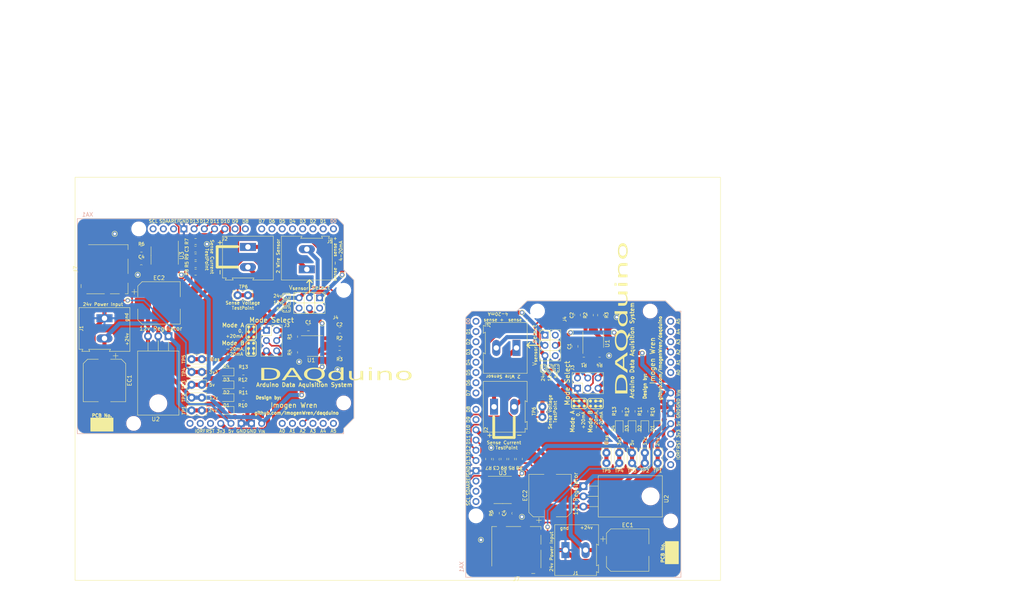
<source format=kicad_pcb>
(kicad_pcb (version 20221018) (generator pcbnew)
  (layers (0 "F.Cu" signal) (31 "B.Cu" signal) (34 "B.Paste" user) (35 "F.Paste" user) (36 "B.SilkS" user "B.Silkscreen") (37 "F.SilkS" user "F.Silkscreen") (38 "B.Mask" user) (39 "F.Mask" user) (44 "Edge.Cuts" user))
  (net 0 "")
  (net 1 "/R_SET_A")
  (net 2 "/R_SET_B")
  (net 3 "/5V_BUS")
  (net 4 "GND")
  (net 5 "/3V3_BUS")
  (net 6 "/24V_BUS")
  (net 7 "/12V_BUS")
  (net 8 "/SENSE_CURRENT")
  (net 9 "/BIAS_VOLTAGE")
  (net 10 "Net-(J3-Pin_3)")
  (net 11 "Net-(J3-Pin_4)")
  (net 12 "Net-(J3-Pin_6)")
  (net 13 "/SENSOR_POWER")
  (net 16 "/CS")
  (net 17 "/D_{IN}")
  (net 18 "/CLK")
  (net 19 "/D_{OUT}")
  (net 20 "Net-(U1B-+)")
  (net 21 "/MOSI")
  (net 22 "Net-(U3-B3)")
  (net 23 "Net-(U3-OE)")
  (net 24 "/CHIP_SELECT")
  (net 25 "Net-(U3-B1)")
  (net 26 "/SCK")
  (net 27 "Net-(U3-B4)")
  (net 28 "/MISO")
  (net 29 "Net-(U3-B2)")
  (net 58 "Net-(D1-K)")
  (net 59 "Net-(D2-K)")
  (net 60 "Net-(D3-K)")
  (net 61 "Net-(D4-K)")
  (footprint "TestPoint:TestPoint_Bridge_Pitch2.54mm_Drill1.0mm" (layer "F.Cu") (at 90.17 79.375 180)
    (fp_text reference "TP5")
    (fp_text value "Bias")
  )
  (footprint "TestPoint:TestPoint_Bridge_Pitch2.54mm_Drill1.0mm" (layer "F.Cu") (at 190.475763 102.601619 -90)
    (fp_text reference "TP5")
    (fp_text value "Bias")
  )
  (footprint "Diode_SMD:D_0805_2012Metric_Pad1.15x1.40mm_HandSolder" (layer "F.Cu") (at 96.275 88.9 180)
    (fp_text reference "D2")
    (fp_text value "yellow" hide)
  )
  (footprint "TestPoint:TestPoint_Bridge_Pitch2.54mm_Drill1.0mm" (layer "F.Cu") (at 101.595 63.5 180)
    (fp_text reference "TP6")
    (fp_text value "Sense Voltage")
  )
  (footprint "Diode_SMD:D_0805_2012Metric_Pad1.15x1.40mm_HandSolder" (layer "F.Cu") (at 193.650763 96.496619 -90)
    (fp_text reference "D4")
    (fp_text value "blue" hide)
  )
  (footprint "000_Connectors_Immo:TerminalBlock_Altech_AK300-2_P5.00mm" (layer "F.Cu") (at 162.615763 91.171619)
    (fp_text reference "J2")
    (fp_text value "Sense Current")
  )
  (footprint "000_Capacitors_Immo:C_0805_2012_HandSolder_kawaii" (layer "F.Cu") (at 166.345763 117.609119 90)
    (fp_text reference "C4")
    (fp_text value "100n")
  )
  (footprint "Diode_SMD:D_0805_2012Metric_Pad1.15x1.40mm_HandSolder" (layer "F.Cu") (at 196.825763 96.496619 -90)
    (fp_text reference "D3")
    (fp_text value "green" hide)
  )
  (footprint "Package_SO:TSSOP-20_4.4x6.5mm_P0.65mm" (layer "F.Cu") (at 164.750763 111.804119)
    (fp_text reference "U3")
    (fp_text value "TXS0108EPW")
  )
  (footprint "Resistor_SMD:R_0805_2012Metric_Pad1.20x1.40mm_HandSolder" (layer "F.Cu") (at 100.475 88.9 180)
    (fp_text reference "R11")
    (fp_text value "4k7")
  )
  (footprint "TestPoint:TestPoint_Bridge_Pitch2.54mm_Drill1.0mm" (layer "F.Cu") (at 87.63 88.9)
    (fp_text reference "TP2")
    (fp_text value "12v")
  )
  (footprint "Capacitor_SMD:C_0805_2012Metric_Pad1.18x1.45mm_HandSolder" (layer "F.Cu") (at 116.58395 71.577896 180)
    (fp_text reference "C1")
    (fp_text value "470n")
  )
  (footprint "Resistor_SMD:R_0805_2012Metric_Pad1.20x1.40mm_HandSolder" (layer "F.Cu") (at 168.885763 104.141619 -90)
    (fp_text reference "R8")
    (fp_text value "3k3")
  )
  (footprint "Resistor_SMD:R_0805_2012Metric_Pad1.20x1.40mm_HandSolder" (layer "F.Cu") (at 184.868659 79.600169)
    (fp_text reference "R1")
    (fp_text value "220r")
  )
  (footprint "000_Connectors_Immo:TerminalBlock_Altech_AK300-2_P5.00mm" (layer "F.Cu") (at 168.170763 76.566619 180)
    (fp_text reference "J5")
    (fp_text value "2 Wire Sensor")
  )
  (footprint "000_Connectors_Immo:TerminalBlock_Altech_AK300-2_P5.00mm" (layer "F.Cu") (at 116.205 57.07 90)
    (fp_text reference "J5")
    (fp_text value "2 Wire Sensor")
  )
  (footprint "Resistor_SMD:R_0805_2012Metric_Pad1.20x1.40mm_HandSolder" (layer "F.Cu") (at 88.63 50.165 180)
    (fp_text reference "R7")
    (fp_text value "3k3")
  )
  (footprint "Resistor_SMD:R_0805_2012Metric_Pad1.20x1.40mm_HandSolder" (layer "F.Cu") (at 113.17145 73.767896 -90)
    (fp_text reference "R1")
    (fp_text value "220r")
  )
  (footprint "Capacitor_SMD:CP_Elec_10x10" (layer "F.Cu") (at 195.745763 126.731619)
    (fp_text reference "EC1")
    (fp_text value "100u")
  )
  (footprint "000_Connectors_Immo:TerminalBlock_Altech_AK300-2_P5.00mm" (layer "F.Cu") (at 66.04 69.215 -90)
    (fp_text reference "J1")
    (fp_text value "24v Power Input")
  )
  (footprint "Resistor_SMD:R_0805_2012Metric_Pad1.20x1.40mm_HandSolder" (layer "F.Cu") (at 188.773659 79.600169 180)
    (fp_text reference "R4")
    (fp_text value "100r")
  )
  (footprint "000_Connectors_Immo:TerminalBlock_Altech_AK300-2_P5.00mm" (layer "F.Cu") (at 180.315763 126.731619)
    (fp_text reference "J1")
    (fp_text value "24v Power Input")
  )
  (footprint "000_Modules_Immo:Arduino_Uno_R3_Shield-simple" (layer "F.Cu") (at 59.3015 97.839237)
    (fp_text reference "XA1")
    (fp_text value "Arduino_Uno_R3_Shield-simple")
  )
  (footprint "000_Connectors_Immo:TerminalBlock_Altech_AK300-2_P5.00mm" (layer "F.Cu") (at 101.6 51.515 -90)
    (fp_text reference "J2")
    (fp_text value "Sense Current")
  )
  (footprint "000_Pin_Headers_Immo:PinHeader_2x03_P2.54mm-alt-pin-no" (layer "F.Cu") (at 119.375 64.15 -90)
    (fp_text reference "J4")
    (fp_text value "V_{sensor} Select")
  )
  (footprint "Diode_SMD:D_0805_2012Metric_Pad1.15x1.40mm_HandSolder" (layer "F.Cu") (at 96.275 92.075 180)
    (fp_text reference "D1")
    (fp_text value "red" hide)
  )
  (footprint "Resistor_SMD:R_0805_2012Metric_Pad1.20x1.40mm_HandSolder" (layer "F.Cu") (at 88.63 53.975 180)
    (fp_text reference "R9")
    (fp_text value "3k3")
  )
  (footprint "000_Capacitors_Immo:C_0805_2012_HandSolder_kawaii" (layer "F.Cu") (at 183.313659 68.397669 90)
    (fp_text reference "C2")
    (fp_text value "100n")
  )
  (footprint "Resistor_SMD:R_0805_2012Metric_Pad1.20x1.40mm_HandSolder" (layer "F.Cu") (at 203.175763 92.296619 -90)
    (fp_text reference "R10")
    (fp_text value "10k")
  )
  (footprint "Resistor_SMD:R_0805_2012Metric_Pad1.20x1.40mm_HandSolder" (layer "F.Cu") (at 124.33645 75.387896 180)
    (fp_text reference "R2")
    (fp_text value "10k")
  )
  (footprint "Resistor_SMD:R_0805_2012Metric_Pad1.20x1.40mm_HandSolder" (layer "F.Cu") (at 200.000763 92.296619 -90)
    (fp_text reference "R11")
    (fp_text value "4k7")
  )
  (footprint "Diode_SMD:D_0805_2012Metric_Pad1.15x1.40mm_HandSolder" (layer "F.Cu") (at 203.175763 96.496619 -90)
    (fp_text reference "D1")
    (fp_text value "red" hide)
  )
  (footprint "Diode_SMD:D_0805_2012Metric_Pad1.15x1.40mm_HandSolder" (layer "F.Cu") (at 96.275 85.725 180)
    (fp_text reference "D3")
    (fp_text value "green" hide)
  )
  (footprint "Resistor_SMD:R_0805_2012Metric_Pad1.20x1.40mm_HandSolder" (layer "F.Cu") (at 100.475 92.075 180)
    (fp_text reference "R10")
    (fp_text value "10k")
  )
  (footprint "Package_SO:SOIC-8_3.9x4.9mm_P1.27mm" (layer "F.Cu") (at 187.203659 74.520169 90)
    (fp_text reference "U1")
    (fp_text value "LM358")
  )
  (footprint "Resistor_SMD:R_0805_2012Metric_Pad1.20x1.40mm_HandSolder" (layer "F.Cu") (at 196.825763 92.296619 -90)
    (fp_text reference "R12")
    (fp_text value "2k2")
  )
  (footprint "Capacitor_SMD:CP_Elec_10x10" (layer "F.Cu") (at 66.04 84.645 -90)
    (fp_text reference "EC1")
    (fp_text value "100u")
  )
  (footprint "Package_TO_SOT_THT:TO-220-3_Horizontal_TabDown" (layer "F.Cu") (at 81.915 73.66 180)
    (fp_text reference "U2")
    (fp_text value "12v Regulator")
  )
  (footprint "Resistor_SMD:R_0805_2012Metric_Pad1.20x1.40mm_HandSolder" (layer "F.Cu") (at 166.980763 104.141619 -90)
    (fp_text reference "R5")
    (fp_text value "3k3")
  )
  (footprint "000_Modules_Immo:UOE-PCB-Template-nocuts" (layer "F.Cu") (at 138.75 84.25)
    (fp_text reference "REF**" hide)
    (fp_text value "UOE-PCB-Template-nocuts" hide)
  )
  (footprint "000_Pin_Headers_Immo:PinHeader_2x03_P2.54mm-alt-pin-no" (layer "F.Cu") (at 175.250763 73.396619)
    (fp_text reference "J4")
    (fp_text value "V_{sensor} Select")
  )
  (footprint "Resistor_SMD:R_0805_2012Metric_Pad1.20x1.40mm_HandSolder" (layer "F.Cu") (at 163.170763 117.571619 -90)
    (fp_text reference "R6")
    (fp_text value "3k3")
  )
  (footprint "Resistor_SMD:R_0805_2012Metric_Pad1.20x1.40mm_HandSolder" (layer "F.Cu") (at 100.475 82.55 180)
    (fp_text reference "R13")
    (fp_text value "1k")
  )
  (footprint "Package_SO:TSSOP-20_4.4x6.5mm_P0.65mm" (layer "F.Cu") (at 80.9675 53.65 -90)
    (fp_text reference "U3")
    (fp_text value "TXS0108EPW")
  )
  (footprint "Resistor_SMD:R_0805_2012Metric_Pad1.20x1.40mm_HandSolder" (layer "F.Cu") (at 100.475 85.725 180)
    (fp_text reference "R12")
    (fp_text value "2k2")
  )
  (footprint "000_Capacitors_Immo:C_0805_2012_HandSolder_kawaii" (layer "F.Cu") (at 75.1625 55.245)
    (fp_text reference "C4")
    (fp_text value "100n")
  )
  (footprint "Capacitor_SMD:C_0805_2012Metric_Pad1.18x1.45mm_HandSolder" (layer "F.Cu") (at 182.678659 76.187669 -90)
    (fp_text reference "C1")
    (fp_text value "470n")
  )
  (footprint "Resistor_SMD:R_0805_2012Metric_Pad1.20x1.40mm_HandSolder" (layer "F.Cu") (at 193.650763 92.296619 -90)
    (fp_text reference "R13")
    (fp_text value "1k")
  )
  (footprint "Capacitor_SMD:CP_Elec_10x10" (layer "F.Cu") (at 79.565 65.405)
    (fp_text reference "EC2")
    (fp_text value "100u")
  )
  (footprint "000_Connectors_Immo:microSD_HC_Molex_104031-0811" (layer "F.Cu") (at 168.170763 126.711619 180)
    (fp_text reference "J7")
    (fp_text value "Micro SD Card")
  )
  (footprint "000_Capacitors_Immo:C_0805_2012_HandSolder_kawaii" (layer "F.Cu") (at 124.37395 72.212896)
    (fp_text reference "C2")
    (fp_text value "100n")
  )
  (footprint "TestPoint:TestPoint_Bridge_Pitch2.54mm_Drill1.0mm" (layer "F.Cu") (at 196.825763 105.141619 90)
    (fp_text reference "TP3")
    (fp_text value "5v")
  )
  (footprint "000_Connectors_Immo:microSD_HC_Molex_104031-0811" (layer "F.Cu") (at 66.06 57.07 90)
    (fp_text reference "J7")
    (fp_text value "Micro SD Card")
  )
  (footprint "Resistor_SMD:R_0805_2012Metric_Pad1.20x1.40mm_HandSolder" (layer "F.Cu") (at 189.028659 68.435169 -90)
    (fp_text reference "R3")
    (fp_text value "10k")
  )
  (footprint "Resistor_SMD:R_0805_2012Metric_Pad1.20x1.40mm_HandSolder" (layer "F.Cu") (at 186.488659 68.435169 -90)
    (fp_text reference "R2")
    (fp_text value "10k")
  )
  (footprint "Package_TO_SOT_THT:TO-220-3_Horizontal_TabDown" (layer "F.Cu") (at 184.760763 110.856619 -90)
    (fp_text reference "U2")
    (fp_text value "12v Regulator")
  )
  (footprint "000_Capacitors_Immo:C_0805_2012_HandSolder_kawaii" (layer "F.Cu") (at 163.170763 104.179119 90)
    (fp_text reference "C3")
    (fp_text value "100n")
  )
  (footprint "Capacitor_SMD:CP_Elec_10x10" (layer "F.Cu") (at 176.505763 113.206619 90)
    (fp_text reference "EC2")
    (fp_text value "100u")
  )
  (footprint "000_Modules_Immo:Arduino_Uno_R3_Shield-simple" (layer "F.Cu") (at 208.94 133.470119 90)
    (fp_text reference "XA1")
    (fp_text value "Arduino_Uno_R3_Shield-simple")
  )
  (footprint "TestPoint:TestPoint_Bridge_Pitch2.54mm_Drill1.0mm" (layer "F.Cu") (at 87.63 92.075)
    (fp_text reference "TP1")
    (fp_text value "24v")
  )
  (footprint "000_Capacitors_Immo:C_0805_2012_HandSolder_kawaii" (layer "F.Cu") (at 88.5925 52.07)
    (fp_text reference "C3")
    (fp_text value "100n")
  )
  (footprint "Resistor_SMD:R_0805_2012Metric_Pad1.20x1.40mm_HandSolder" (layer "F.Cu") (at 88.63 57.785 180)
    (fp_text reference "R8")
    (fp_text value "3k3")
  )
  (footprint "Resistor_SMD:R_0805_2012Metric_Pad1.20x1.40mm_HandSolder" (layer "F.Cu") (at 165.075763 104.141619 -90)
    (fp_text reference "R9")
    (fp_text value "3k3")
  )
  (footprint "Resistor_SMD:R_0805_2012Metric_Pad1.20x1.40mm_HandSolder" (layer "F.Cu") (at 113.17145 77.672896 90)
    (fp_text reference "R4")
    (fp_text value "100r")
  )
  (footprint "Resistor_SMD:R_0805_2012Metric_Pad1.20x1.40mm_HandSolder" (layer "F.Cu") (at 75.2 52.07 180)
    (fp_text reference "R6")
    (fp_text value "3k3")
  )
  (footprint "000_Pin_Headers_Immo:PinHeader_2x03_P2.54mm-alt-pin-no" (layer "F.Cu") (at 183.313659 86.580169 90)
    (fp_text reference "J3")
    (fp_text value "Mode Select")
  )
  (footprint "Diode_SMD:D_0805_2012Metric_Pad1.15x1.40mm_HandSolder" (layer "F.Cu") (at 200.000763 96.496619 -90)
    (fp_text reference "D2")
    (fp_text value "yellow" hide)
  )
  (footprint "TestPoint:TestPoint_Bridge_Pitch2.54mm_Drill1.0mm" (layer "F.Cu") (at 87.63 82.55)
    (fp_text reference "TP4")
    (fp_text value "3v3")
  )
  (footprint "TestPoint:TestPoint_Bridge_Pitch2.54mm_Drill1.0mm" (layer "F.Cu") (at 87.63 85.725)
    (fp_text reference "TP3")
    (fp_text value "5v")
  )
  (footprint "TestPoint:TestPoint_Bridge_Pitch2.54mm_Drill1.0mm" (layer "F.Cu") (at 203.175763 105.141619 90)
    (fp_text reference "TP1")
    (fp_text value "24v")
  )
  (footprint "TestPoint:TestPoint_Bridge_Pitch2.54mm_Drill1.0mm" (layer "F.Cu") (at 174.600763 91.176619 -90)
    (fp_text reference "TP6")
    (fp_text value "Sense Voltage")
  )
  (footprint "Resistor_SMD:R_0805_2012Metric_Pad1.20x1.40mm_HandSolder" (layer "F.Cu") (at 88.63 55.88 180)
    (fp_text reference "R5")
    (fp_text value "3k3")
  )
  (footprint "Resistor_SMD:R_0805_2012Metric_Pad1.20x1.40mm_HandSolder" (layer "F.Cu") (at 161.265763 104.141619 -90)
    (fp_text reference "R7")
    (fp_text value "3k3")
  )
  (footprint "000_Pin_Headers_Immo:PinHeader_2x03_P2.54mm-alt-pin-no" (layer "F.Cu") (at 106.19145 72.212896)
    (fp_text reference "J3")
    (fp_text value "Mode Select")
  )
  (footprint "TestPoint:TestPoint_Bridge_Pitch2.54mm_Drill1.0mm" (layer "F.Cu") (at 200.000763 105.141619 90)
    (fp_text reference "TP2")
    (fp_text value "12v")
  )
  (footprint "TestPoint:TestPoint_Bridge_Pitch2.54mm_Drill1.0mm" (layer "F.Cu") (at 193.650763 105.141619 90)
    (fp_text reference "TP4")
    (fp_text value "3v3")
  )
  (footprint "Package_SO:SOIC-8_3.9x4.9mm_P1.27mm" (layer "F.Cu") (at 118.25145 76.102896)
    (fp_text reference "U1")
    (fp_text value "LM358")
  )
  (footprint "Diode_SMD:D_0805_2012Metric_Pad1.15x1.40mm_HandSolder" (layer "F.Cu") (at 96.275 82.55 180)
    (fp_text reference "D4")
    (fp_text value "blue" hide)
  )
  (footprint "Resistor_SMD:R_0805_2012Metric_Pad1.20x1.40mm_HandSolder" (layer "F.Cu") (at 124.33645 77.927896 180)
    (fp_text reference "R3")
    (fp_text value "10k")
  )
  (gr_arc (start 112.116979 67.371979) (mid 112.029117 67.584117) (end 111.816979 67.671979) (stroke (width 0.15)) (layer "F.SilkS"))
  (gr_circle (center 111.12 66.675) (end 111.12 66.675) (stroke (width 0.3)) (fill solid) (layer "F.SilkS"))
  (gr_circle (center 161.906629 101.337485) (end 161.906629 100.702485) (stroke (width 0.15)) (fill none) (layer "F.SilkS"))
  (gr_circle (center 111.12 64.008) (end 111.12 64.008) (stroke (width 0.3)) (fill solid) (layer "F.SilkS"))
  (gr_circle (center 120.015 70.485) (end 120.65 70.485) (stroke (width 0.15)) (fill none) (layer "F.SilkS"))
  (gr_circle (center 124.97 58.44) (end 125.605 58.44) (stroke (width 0.15)) (fill none) (layer "F.SilkS"))
  (gr_circle (center 184.979315 90.992997) (end 184.765647 90.779329) (stroke (width 0.15)) (fill solid) (layer "F.SilkS"))
  (gr_arc (start 182.304315 91.627997) (mid 181.950765 91.481538) (end 181.804315 91.127997) (stroke (width 0.2)) (layer "F.SilkS"))
  (gr_arc (start 110.140618 64.979618) (mid 110.228481 64.767481) (end 110.440618 64.679618) (stroke (width 0.15)) (layer "F.SilkS"))
  (gr_circle (center 114.3 80.01) (end 114.935 80.01) (stroke (width 0.15)) (fill none) (layer "F.SilkS"))
  (gr_line (start 101.643622 70.703552) (end 103.183622 70.703552) (stroke (width 0.2)) (layer "F.SilkS"))
  (gr_circle (center 189.059315 89.755169) (end 188.845647 89.541501) (stroke (width 0.15)) (fill solid) (layer "F.SilkS"))
  (gr_circle (center 103.01645 77.958552) (end 103.230118 77.744884) (stroke (width 0.15)) (fill solid) (layer "F.SilkS"))
  (gr_arc (start 175.470742 82.331001) (mid 175.382879 82.543137) (end 175.170742 82.631001) (stroke (width 0.15)) (layer "F.SilkS"))
  (gr_line (start 110.440618 64.679618) (end 111.816979 64.679618) (stroke (width 0.15)) (layer "F.SilkS"))
  (gr_line (start 103.683622 71.203552) (end 103.683622 74.013552) (stroke (width 0.2)) (layer "F.SilkS"))
  (gr_arc (start 120.645 64.405) (mid 120.352107 65.112107) (end 119.645 65.405) (stroke (width 0.15)) (layer "F.SilkS"))
  (gr_arc (start 116.535 68.02) (mid 115.827893 67.727107) (end 115.535 67.02) (stroke (width 0.15)) (layer "F.SilkS"))
  (gr_circle (center 101.74645 76.688552) (end 101.960118 76.474884) (stroke (width 0.15)) (fill solid) (layer "F.SilkS"))
  (gr_circle (center 178.410763 81.651619) (end 178.410763 81.651619) (stroke (width 0.3)) (fill solid) (layer "F.SilkS"))
  (gr_line (start 111.12 66.675) (end 110.485 66.675) (stroke (width 0.15)) (layer "F.SilkS"))
  (gr_arc (start 101.643622 74.513552) (mid 101.290069 74.367105) (end 101.143622 74.013552) (stroke (width 0.2)) (layer "F.SilkS"))
  (gr_line (start 171.442389 76.558245) (end 170.790763 75.906619) (stroke (width 0.3)) (layer "F.SilkS"))
  (gr_circle (center 176.759763 81.651619) (end 176.759763 81.651619) (stroke (width 0.3)) (fill solid) (layer "F.SilkS"))
  (gr_line (start 101.143622 74.013552) (end 101.143622 71.203552) (stroke (width 0.2)) (layer "F.SilkS"))
  (gr_line (start 111.12 65.024) (end 111.12 65.659) (stroke (width 0.15)) (layer "F.SilkS"))
  (gr_arc (start 175.505763 72.126619) (mid 176.21287 72.419512) (end 176.505763 73.126619) (stroke (width 0.15)) (layer "F.SilkS"))
  (gr_arc (start 173.905763 73.126619) (mid 174.198656 72.419512) (end 174.905763 72.126619) (stroke (width 0.15)) (layer "F.SilkS"))
  (gr_arc (start 113.965 65.405) (mid 113.257893 65.112107) (end 112.965 64.405) (stroke (width 0.15)) (layer "F.SilkS"))
  (gr_arc (start 186.384315 91.660169) (mid 186.030775 91.513708) (end 185.884315 91.160169) (stroke (width 0.2)) (layer "F.SilkS"))
  (gr_line (start 174.429381 80.65464) (end 175.170742 80.65464) (stroke (width 0.15)) (layer "F.SilkS"))
  (gr_arc (start 103.65145 78.093552) (mid 103.505003 78.447105) (end 103.15145 78.593552) (stroke (width 0.2)) (layer "F.SilkS"))
  (gr_arc (start 174.429381 82.631001) (mid 174.217244 82.543138) (end 174.129381 82.331001) (stroke (width 0.15)) (layer "F.SilkS"))
  (gr_line (start 110.140618 67.371979) (end 110.140618 66.630618) (stroke (width 0.15)) (layer "F.SilkS"))
  (gr_arc (start 185.614315 91.127997) (mid 185.467873 91.481548) (end 185.114315 91.627997) (stroke (width 0.2)) (layer "F.SilkS"))
  (gr_circle (center 101.778622 72.608552) (end 101.99229 72.394884) (stroke (width 0.15)) (fill solid) (layer "F.SilkS"))
  (gr_circle (center 177.775763 81.016619) (end 177.775763 81.016619) (stroke (width 0.3)) (fill solid) (layer "F.SilkS"))
  (gr_arc (start 174.905763 77.236619) (mid 174.198656 76.943726) (end 173.905763 76.236619) (stroke (width 0.15)) (layer "F.SilkS"))
  (gr_arc (start 174.129381 80.95464) (mid 174.217243 80.742501) (end 174.429381 80.65464) (stroke (width 0.15)) (layer "F.SilkS"))
  (gr_line (start 101.11145 78.093552) (end 101.11145 75.283552) (stroke (width 0.2)) (layer "F.SilkS"))
  (gr_circle (center 111.12 65.659) (end 111.12 65.659) (stroke (width 0.3)) (fill solid) (layer "F.SilkS"))
  (gr_circle (center 111.755 67.31) (end 111.755 67.31) (stroke (width 0.3)) (fill solid) (layer "F.SilkS"))
  (gr_circle (center 169.520763 118.476619) (end 169.520763 117.841619) (stroke (width 0.15)) (fill none) (layer "F.SilkS"))
  (gr_line (start 176.124763 81.651619) (end 176.759763 81.651619) (stroke (width 0.15)) (layer "F.SilkS"))
  (gr_circle (center 101.778622 71.338552) (end 101.99229 71.124884) (stroke (width 0.15)) (fill solid) (layer "F.SilkS"))
  (gr_line (start 175.780381 82.331001) (end 175.780381 80.95464) (stroke (width 0.15)) (layer "F.SilkS"))
  (gr_arc (start 178.472742 80.65464) (mid 178.68488 80.742502) (end 178.772742 80.95464) (stroke (width 0.15)) (layer "F.SilkS"))
  (gr_circle (center 176.124763 81.016619) (end 176.124763 81.016619) (stroke (width 0.3)) (fill solid) (layer "F.SilkS"))
  (gr_circle (center 177.775763 81.651619) (end 177.775763 81.651619) (stroke (width 0.3)) (fill solid) (layer "F.SilkS"))
  (gr_circle (center 187.789315 89.755169) (end 187.575647 89.541501) (stroke (width 0.15)) (fill solid) (layer "F.SilkS"))
  (gr_arc (start 103.183622 70.703552) (mid 103.537175 70.849999) (end 103.683622 71.203552) (stroke (width 0.2)) (layer "F.SilkS"))
  (gr_circle (center 184.979315 89.722997) (end 184.765647 89.509329) (stroke (width 0.15)) (fill solid) (layer "F.SilkS"))
  (gr_line (start 115.535 67.005) (end 115.535 63.805) (stroke (width 0.15)) (layer "F.SilkS"))
  (gr_arc (start 101.143622 71.203552) (mid 101.290069 70.849999) (end 101.643622 70.703552) (stroke (width 0.2)) (layer "F.SilkS"))
  (gr_circle (center 193.015763 68.946619) (end 193.015763 68.311619) (stroke (width 0.15)) (fill none) (layer "F.SilkS"))
  (gr_arc (start 175.780381 80.95464) (mid 175.868243 80.742501) (end 176.080381 80.65464) (stroke (width 0.15)) (layer "F.SilkS"))
  (gr_circle (center 176.124763 82.286619) (end 176.124763 82.286619) (stroke (width 0.3)) (fill solid) (layer "F.SilkS"))
  (gr_circle (center 111.755 63.373) (end 111.755 63.373) (stroke (width 0.3)) (fill solid) (layer "F.SilkS"))
  (gr_line (start 173.965763 75.906619) (end 170.790763 75.906619) (stroke (width 0.3)) (layer "F.SilkS"))
  (gr_rect (start 205.080763 130.111619) (end 208.305478 124.62162) (stroke (width 0.2)) (fill solid) (layer "F.SilkS"))
  (gr_line (start 116.865 62.865) (end 116.865 59.69) (stroke (width 0.3)) (layer "F.SilkS"))
  (gr_circle (center 101.778622 73.878552) (end 101.99229 73.664884) (stroke (width 0.15)) (fill solid) (layer "F.SilkS"))
  (gr_rect (start 62.66 93.98) (end 68.149999 97.204715) (stroke (width 0.2)) (fill solid) (layer "F.SilkS"))
  (gr_line (start 185.884315 91.160169) (end 185.884315 89.620169) (stroke (width 0.2)) (layer "F.SilkS"))
  (gr_arc (start 178.120763 74.576619) (mid 178.82787 74.869512) (end 179.120763 75.576619) (stroke (width 0.15)) (layer "F.SilkS"))
  (gr_circle (center 186.519315 89.755169) (end 186.305647 89.541501) (stroke (width 0.15)) (fill solid) (layer "F.SilkS"))
  (gr_arc (start 101.61145 78.593552) (mid 101.257897 78.447105) (end 101.11145 78.093552) (stroke (width 0.2)) (layer "F.SilkS"))
  (gr_line (start 110.440618 63.028618) (end 111.816979 63.028618) (stroke (width 0.15)) (layer "F.SilkS"))
  (gr_arc (start 179.120763 76.236619) (mid 178.82787 76.943726) (end 178.120763 77.236619) (stroke (width 0.15)) (layer "F.SilkS"))
  (gr_line (start 99.06 56.515) (end 93.98 56.515) (stroke (width 0.7)) (layer "F.SilkS"))
  (gr_line (start 175.170742 82.631001) (end 174.429381 82.631001) (stroke (width 0.15)) (layer "F.SilkS"))
  (gr_circle (center 169.540763 67.801619) (end 169.540763 67.166619) (stroke (width 0.15)) (fill none) (layer "F.SilkS"))
  (gr_circle (center 101.74645 77.958552) (end 101.960118 77.744884) (stroke (width 0.15)) (fill solid) (layer "F.SilkS"))
  (gr_arc (start 176.080381 82.631001) (mid 175.868244 82.543138) (end 175.780381 82.331001) (stroke (width 0.15)) (layer "F.SilkS"))
  (gr_circle (center 85.09 58.42) (end 85.725 58.42) (stroke (width 0.15)) (fill none) (layer "F.SilkS"))
  (gr_circle (center 174.473763 81.651619) (end 174.473763 81.651619) (stroke (width 0.3)) (fill solid) (layer "F.SilkS"))
  (gr_line (start 103.01645 76.688552) (end 103.01645 77.958552) (stroke (width 0.2)) (layer "F.SilkS"))
  (gr_line (start 119.645 65.405) (end 113.965 65.405) (stroke (width 0.15)) (layer "F.SilkS"))
  (gr_circle (center 71.79 64.79) (end 72.425 64.79) (stroke (width 0.15)) (fill none) (layer "F.SilkS"))
  (gr_circle (center 182.439315 89.722997) (end 182.225647 89.509329) (stroke (width 0.15)) (fill solid) (layer "F.SilkS"))
  (gr_arc (start 176.505763 78.806619) (mid 176.21287 79.513726) (end 175.505763 79.806619) (stroke (width 0.15)) (layer "F.SilkS"))
  (gr_circle (center 111.755 65.024) (end 111.755 65.024) (stroke (width 0.3)) (fill solid) (layer "F.SilkS"))
  (gr_line (start 103.048622 71.338552) (end 103.048622 72.608552) (stroke (width 0.2)) (layer "F.SilkS"))
  (gr_line (start 181.804315 91.127997) (end 181.804315 89.587997) (stroke (width 0.2)) (layer "F.SilkS"))
  (gr_circle (center 183.709315 89.722997) (end 183.495647 89.509329) (stroke (width 0.15)) (fill solid) (layer "F.SilkS"))
  (gr_line (start 111.816979 64.369979) (end 110.440618 64.369979) (stroke (width 0.15)) (layer "F.SilkS"))
  (gr_arc (start 189.694315 91.160169) (mid 189.547825 91.513679) (end 189.194315 91.660169) (stroke (width 0.2)) (layer "F.SilkS"))
  (gr_arc (start 177.431381 80.95464) (mid 177.519243 80.742501) (end 177.731381 80.65464) (stroke (width 0.15)) (layer "F.SilkS"))
  (gr_circle (center 103.048622 72.608552) (end 103.26229 72.394884) (stroke (width 0.15)) (fill solid) (layer "F.SilkS"))
  (gr_line (start 177.431381 82.331001) (end 177.431381 80.95464) (stroke (width 0.15)) (layer "F.SilkS"))
  (gr_line (start 176.505763 73.126619) (end 176.505763 78.806619) (stroke (width 0.15)) (layer "F.SilkS"))
  (gr_line (start 182.439315 90.992997) (end 183.709315 90.992997) (stroke (width 0.2)) (layer "F.SilkS"))
  (gr_line (start 103.65145 75.283552) (end 103.65145 78.093552) (stroke (width 0.2)) (layer "F.SilkS"))
  (gr_line (start 185.114315 91.627997) (end 182.304315 91.627997) (stroke (width 0.2)) (layer "F.SilkS"))
  (gr_line (start 187.789315 91.025169) (end 189.059315 91.025169) (stroke (width 0.2)) (layer "F.SilkS"))
  (gr_line (start 116.535 62.805) (end 117.195 62.805) (stroke (width 0.15)) (layer "F.SilkS"))
  (gr_line (start 186.384315 89.120169) (end 189.194315 89.120169) (stroke (width 0.2)) (layer "F.SilkS"))
  (gr_line (start 101.61145 74.783552) (end 103.15145 74.783552) (stroke (width 0.2)) (layer "F.SilkS"))
  (gr_line (start 175.470742 80.95464) (end 175.470742 82.331001) (stroke (width 0.15)) (layer "F.SilkS"))
  (gr_line (start 167.615763 93.711619) (end 167.615763 98.791619) (stroke (width 0.7)) (layer "F.SilkS"))
  (gr_circle (center 175.108763 81.651619) (end 175.108763 81.651619) (stroke (width 0.3)) (fill solid) (layer "F.SilkS"))
  (gr_arc (start 119.645 62.805) (mid 120.352107 63.097893) (end 120.645 63.805) (stroke (width 0.15)) (layer "F.SilkS"))
  (gr_arc (start 110.440618 67.671979) (mid 110.228482 67.584116) (end 110.140618 67.371979) (stroke (width 0.15)) (layer "F.SilkS"))
  (gr_circle (center 199.365763 77.836619) (end 199.365763 77.201619) (stroke (width 0.15)) (fill none) (layer "F.SilkS"))
  (gr_arc (start 110.440618 66.020979) (mid 110.228482 65.933116) (end 110.140618 65.720979) (stroke (width 0.15)) (layer "F.SilkS"))
  (gr_arc (start 173.905763 75.576619) (mid 174.198656 74.869512) (end 174.905763 74.576619) (stroke (width 0.15)) (layer "F.SilkS"))
  (gr_circle (center 111.755 65.659) (end 111.755 65.659) (stroke (width 0.3)) (fill solid) (layer "F.SilkS"))
  (gr_arc (start 174.905763 79.806619) (mid 174.198656 79.513726) (end 173.905763 78.806619) (stroke (width 0.15)) (layer "F.SilkS"))
  (gr_arc (start 111.816979 63.028618) (mid 112.029118 63.11648) (end 112.116979 63.328618) (stroke (width 0.15)) (layer "F.SilkS"))
  (gr_line (start 185.614315 89.587997) (end 185.614315 91.127997) (stroke (width 0.2)) (layer "F.SilkS"))
  (gr_line (start 174.905763 72.126619) (end 175.505763 72.126619) (stroke (width 0.15)) (layer "F.SilkS"))
  (gr_line (start 175.505763 79.806619) (end 174.905763 79.806619) (stroke (width 0.15)) (layer "F.SilkS"))
  (gr_line (start 173.905763 76.236619) (end 173.905763 75.576619) (stroke (width 0.15)) (layer "F.SilkS"))
  (gr_circle (center 175.108763 82.286619) (end 175.108763 82.286619) (stroke (width 0.3)) (fill solid) (layer "F.SilkS"))
  (gr_line (start 101.778622 71.338552) (end 101.778622 72.608552) (stroke (width 0.2)) (layer "F.SilkS"))
  (gr_line (start 167.615763 98.791619) (end 162.535763 98.791619) (stroke (width 0.7)) (layer "F.SilkS"))
  (gr_circle (center 123.825 81.915) (end 124.46 81.915) (stroke (width 0.15)) (fill none) (layer "F.SilkS"))
  (gr_line (start 110.140618 64.069979) (end 110.140618 63.328618) (stroke (width 0.15)) (layer "F.SilkS"))
  (gr_circle (center 174.473763 81.016619) (end 174.473763 81.016619) (stroke (width 0.3)) (fill solid) (layer "F.SilkS"))
  (gr_line (start 176.080381 80.65464) (end 176.821742 80.65464) (stroke (width 0.15)) (layer "F.SilkS"))
  (gr_arc (start 110.140618 66.630618) (mid 110.228481 66.418481) (end 110.440618 66.330618) (stroke (width 0.15)) (layer "F.SilkS"))
  (gr_line (start 116.213374 60.341626) (end 116.865 59.69) (stroke (width 0.3)) (layer "F.SilkS"))
  (gr_line (start 111.816979 67.671979) (end 110.440618 67.671979) (stroke (width 0.15)) (layer "F.SilkS"))
  (gr_line (start 178.772742 80.95464) (end 178.772742 82.331001) (stroke (width 0.15)) (layer "F.SilkS"))
  (gr_circle (center 191.110763 78.471619) (end 191.110763 77.836619) (stroke (width 0.15)) (fill none) (layer "F.SilkS"))
  (gr_arc (start 185.114315 89.087997) (mid 185.467872 89.234431) (end 185.614315 89.587997) (stroke (width 0.2)) (layer "F.SilkS"))
  (gr_circle (center 183.709315 90.992997) (end 183.495647 90.779329) (stroke (width 0.15)) (fill solid) (layer "F.SilkS"))
  (gr_line (start 103.15145 78.593552) (end 101.61145 78.593552) (stroke (width 0.2)) (layer "F.SilkS"))
  (gr_arc (start 110.140618 63.328618) (mid 110.228481 63.116481) (end 110.440618 63.028618) (stroke (width 0.15)) (layer "F.SilkS"))
  (gr_line (start 111.755 63.373) (end 111.12 63.373) (stroke (width 0.15)) (layer "F.SilkS"))
  (gr_arc (start 112.116979 64.069979) (mid 112.029117 64.282117) (end 111.816979 64.369979) (stroke (width 0.15)) (layer "F.SilkS"))
  (gr_circle (center 114.935 88.265) (end 115.57 88.265) (stroke (width 0.15)) (fill none) (layer "F.SilkS"))
  (gr_circle (center 74.295 58.42) (end 74.93 58.42) (stroke (width 0.15)) (fill none) (layer "F.SilkS"))
  (gr_arc (start 112.965 63.805) (mid 113.257893 63.097893) (end 113.965 62.805) (stroke (width 0.15)) (layer "F.SilkS"))
  (gr_arc (start 111.816979 64.679618) (mid 112.029118 64.76748) (end 112.116979 64.979618) (stroke (width 0.15)) (layer "F.SilkS"))
  (gr_line (start 174.473763 81.016619) (end 174.473763 81.651619) (stroke (width 0.15)) (layer "F.SilkS"))
  (gr_circle (center 111.12 67.31) (end 111.12 67.31) (stroke (width 0.3)) (fill solid) (layer "F.SilkS"))
  (gr_circle (center 186.519315 91.025169) (end 186.305647 90.811501) (stroke (width 0.15)) (fill solid) (layer "F.SilkS"))
  (gr_arc (start 189.194315 89.120169) (mid 189.547911 89.266572) (end 189.694315 89.620169) (stroke (width 0.2)) (layer "F.SilkS"))
  (gr_line (start 177.121742 80.95464) (end 177.121742 82.331001) (stroke (width 0.15)) (layer "F.SilkS"))
  (gr_line (start 110.140618 65.720979) (end 110.140618 64.979618) (stroke (width 0.15)) (layer "F.SilkS"))
  (gr_line (start 176.821742 82.631001) (end 176.080381 82.631001) (stroke (width 0.15)) (layer "F.SilkS"))
  (gr_circle (center 169.520763 107.681619) (end 169.520763 107.046619) (stroke (width 0.15)) (fill none) (layer "F.SilkS"))
  (gr_circle (center 181.585763 72.756619) (end 181.585763 72.121619) (stroke (width 0.15)) (fill none) (layer "F.SilkS"))
  (gr_circle (center 120.015 81.28) (end 120.65 81.28) (stroke (width 0.15)) (fill none) (layer "F.SilkS"))
  (gr_line (start 116.865 59.69) (end 117.516626 60.341626) (stroke (width 0.3)) (layer "F.SilkS"))
  (gr_arc (start 177.121742 82.331001) (mid 177.033879 82.543137) (end 176.821742 82.631001) (stroke (width 0.15)) (layer "F.SilkS"))
  (gr_circle (center 110.485 65.024) (end 110.485 65.024) (stroke (width 0.3)) (fill solid) (layer "F.SilkS"))
  (gr_arc (start 175.170742 80.65464) (mid 175.38288 80.742502) (end 175.470742 80.95464) (stroke (width 0.15)) (layer "F.SilkS"))
  (gr_line (start 112.116979 63.328618) (end 112.116979 64.069979) (stroke (width 0.15)) (layer "F.SilkS"))
  (gr_circle (center 175.890763 120.981619) (end 175.890763 120.346619) (stroke (width 0.15)) (fill none) (layer "F.SilkS"))
  (gr_line (start 174.129381 82.331001) (end 174.129381 80.95464) (stroke (width 0.15)) (layer "F.SilkS"))
  (gr_arc (start 103.15145 74.783552) (mid 103.505 74.93) (end 103.65145 75.283552) (stroke (width 0.2)) (layer "F.SilkS"))
  (gr_circle (center 68.58 48.26) (end 69.215 48.26) (stroke (width 0.15)) (fill none) (layer "F.SilkS"))
  (gr_circle (center 175.108763 81.016619) (end 175.108763 81.016619) (stroke (width 0.3)) (fill solid) (layer "F.SilkS"))
  (gr_line (start 179.120763 75.576619) (end 179.120763 76.236619) (stroke (width 0.15)) (layer "F.SilkS"))
  (gr_line (start 189.194315 91.660169) (end 186.384315 91.660169) (stroke (width 0.2)) (layer "F.SilkS"))
  (gr_arc (start 185.884315 89.620169) (mid 186.030776 89.266631) (end 186.384315 89.120169) (stroke (width 0.2)) (layer "F.SilkS"))
  (gr_line (start 111.816979 66.020979) (end 110.440618 66.020979) (stroke (width 0.15)) (layer "F.SilkS"))
  (gr_arc (start 112.116979 65.720979) (mid 112.029117 65.933117) (end 111.816979 66.020979) (stroke (width 0.15)) (layer "F.SilkS"))
  (gr_arc (start 115.535 63.805) (mid 115.827893 63.097893) (end 116.535 62.805) (stroke (width 0.15)) (layer "F.SilkS"))
  (gr_line (start 110.440618 66.330618) (end 111.816979 66.330618) (stroke (width 0.15)) (layer "F.SilkS"))
  (gr_line (start 112.116979 66.630618) (end 112.116979 67.371979) (stroke (width 0.15)) (layer "F.SilkS"))
  (gr_circle (center 174.473763 82.286619) (end 174.473763 82.286619) (stroke (width 0.3)) (fill solid) (layer "F.SilkS"))
  (gr_arc (start 176.821742 80.65464) (mid 177.03388 80.742502) (end 177.121742 80.95464) (stroke (width 0.15)) (layer "F.SilkS"))
  (gr_line (start 120.645 63.805) (end 120.645 64.405) (stroke (width 0.15)) (layer "F.SilkS"))
  (gr_circle (center 178.410763 81.016619) (end 178.410763 81.016619) (stroke (width 0.3)) (fill solid) (layer "F.SilkS"))
  (gr_circle (center 176.124763 81.651619) (end 176.124763 81.651619) (stroke (width 0.3)) (fill solid) (layer "F.SilkS"))
  (gr_circle (center 91.434134 50.805866) (end 92.069134 50.805866) (stroke (width 0.15)) (fill none) (layer "F.SilkS"))
  (gr_circle (center 110.485 64.008) (end 110.485 64.008) (stroke (width 0.3)) (fill solid) (layer "F.SilkS"))
  (gr_arc (start 117.195 62.805) (mid 117.902107 63.097893) (end 118.195 63.805) (stroke (width 0.15)) (layer "F.SilkS"))
  (gr_circle (center 192.380763 72.756619) (end 192.380763 72.121619) (stroke (width 0.15)) (fill none) (layer "F.SilkS"))
  (gr_circle (center 110.485 66.675) (end 110.485 66.675) (stroke (width 0.3)) (fill solid) (layer "F.SilkS"))
  (gr_line (start 113.965 62.805) (end 119.645 62.805) (stroke (width 0.15)) (layer "F.SilkS"))
  (gr_line (start 101.74645 76.688552) (end 101.74645 77.958552) (stroke (width 0.2)) (layer "F.SilkS"))
  (gr_circle (center 101.74645 75.418552) (end 101.960118 75.204884) (stroke (width 0.15)) (fill solid) (layer "F.SilkS"))
  (gr_circle (center 159.360763 124.191619) (end 159.360763 123.556619) (stroke (width 0.15)) (fill none) (layer "F.SilkS"))
  (gr_circle (center 103.01645 75.418552) (end 103.230118 75.204884) (stroke (width 0.15)) (fill solid) (layer "F.SilkS"))
  (gr_circle (center 176.759763 82.286619) (end 176.759763 82.286619) (stroke (width 0.3)) (fill solid) (layer "F.SilkS"))
  (gr_circle (center 177.775763 82.286619) (end 177.775763 82.286619) (stroke (width 0.3)) (fill solid) (layer "F.SilkS"))
  (gr_circle (center 110.485 63.373) (end 110.485 63.373) (stroke (width 0.3)) (fill solid) (layer "F.SilkS"))
  (gr_circle (center 178.410763 82.286619) (end 178.410763 82.286619) (stroke (width 0.3)) (fill solid) (layer "F.SilkS"))
  (gr_line (start 93.98 56.515) (end 93.98 51.435) (stroke (width 0.7)) (layer "F.SilkS"))
  (gr_circle (center 110.485 67.31) (end 110.485 67.31) (stroke (width 0.3)) (fill solid) (layer "F.SilkS"))
  (gr_line (start 177.731381 80.65464) (end 178.472742 80.65464) (stroke (width 0.15)) (layer "F.SilkS"))
  (gr_line (start 173.905763 78.806619) (end 173.905763 73.126619) (stroke (width 0.15)) (layer "F.SilkS"))
  (gr_circle (center 110.485 65.659) (end 110.485 65.659) (stroke (width 0.3)) (fill solid) (layer "F.SilkS"))
  (gr_line (start 174.905763 74.576619) (end 178.105763 74.576619) (stroke (width 0.15)) (layer "F.SilkS"))
  (gr_line (start 118.195 63.805) (end 118.195 67.005) (stroke (width 0.15)) (layer "F.SilkS"))
  (gr_circle (center 111.12 63.373) (end 111.12 63.373) (stroke (width 0.3)) (fill solid) (layer "F.SilkS"))
  (gr_arc (start 111.816979 66.330618) (mid 112.029118 66.41848) (end 112.116979 66.630618) (stroke (width 0.15)) (layer "F.SilkS"))
  (gr_line (start 103.183622 74.513552) (end 101.643622 74.513552) (stroke (width 0.2)) (layer "F.SilkS"))
  (gr_line (start 189.694315 89.620169) (end 189.694315 91.160169) (stroke (width 0.2)) (layer "F.SilkS"))
  (gr_circle (center 103.048622 71.338552) (end 103.26229 71.124884) (stroke (width 0.15)) (fill solid) (layer "F.SilkS"))
  (gr_line (start 112.116979 64.979618) (end 112.116979 65.720979) (stroke (width 0.15)) (layer "F.SilkS"))
  (gr_circle (center 176.759763 81.016619) (end 176.759763 81.016619) (stroke (width 0.3)) (fill solid) (layer "F.SilkS"))
  (gr_line (start 187.789315 89.755169) (end 189.059315 89.755169) (stroke (width 0.2)) (layer "F.SilkS"))
  (gr_circle (center 103.01645 76.688552) (end 103.230118 76.474884) (stroke (width 0.15)) (fill solid) (layer "F.SilkS"))
  (gr_arc (start 103.683622 74.013552) (mid 103.537175 74.367105) (end 103.183622 74.513552) (stroke (width 0.2)) (layer "F.SilkS"))
  (gr_circle (center 187.789315 91.025169) (end 187.575647 90.811501) (stroke (width 0.15)) (fill solid) (layer "F.SilkS"))
  (gr_circle (center 189.059315 91.025169) (end 188.845647 90.811501) (stroke (width 0.15)) (fill solid) (layer "F.SilkS"))
  (gr_circle (center 111.755 66.675) (end 111.755 66.675) (stroke (width 0.3)) (fill solid) (layer "F.SilkS"))
  (gr_arc (start 118.195 67.02) (mid 117.902107 67.727107) (end 117.195 68.02) (stroke (width 0.15)) (layer "F.SilkS"))
  (gr_line (start 178.472742 82.631001) (end 177.731381 82.631001) (stroke (width 0.15)) (layer "F.SilkS"))
  (gr_line (start 112.965 64.405) (end 112.965 63.805) (stroke (width 0.15)) (layer "F.SilkS"))
  (gr_line (start 178.105763 77.236619) (end 174.905763 77.236619) (stroke (width 0.15)) (layer "F.SilkS"))
  (gr_line (start 182.439315 89.722997) (end 183.709315 89.722997) (stroke (width 0.2)) (layer "F.SilkS"))
  (gr_line (start 182.304315 89.087997) (end 185.114315 89.087997) (stroke (width 0.2)) (layer "F.SilkS"))
  (gr_line (start 117.195 68.02) (end 116.535 68.02) (stroke (width 0.15)) (layer "F.SilkS"))
  (gr_line (start 93.98 51.435) (end 99.06 51.435) (stroke (width 0.7)) (layer "F.SilkS"))
  (gr_line (start 170.790763 75.906619) (end 171.442389 75.254993) (stroke (width 0.3)) (layer "F.SilkS"))
  (gr_circle (center 111.12 65.024) (end 111.12 65.024) (stroke (width 0.3)) (fill solid) (layer "F.SilkS"))
  (gr_arc (start 177.731381 82.631001) (mid 177.519244 82.543138) (end 177.431381 82.331001) (stroke (width 0.15)) (layer "F.SilkS"))
  (gr_arc (start 101.11145 75.283552) (mid 101.257897 74.929999) (end 101.61145 74.783552) (stroke (width 0.2)) (layer "F.SilkS"))
  (gr_circle (center 182.439315 90.992997) (end 182.225647 90.779329) (stroke (width 0.15)) (fill solid) (layer "F.SilkS"))
  (gr_arc (start 110.440618 64.369979) (mid 110.228482 64.282116) (end 110.140618 64.069979) (stroke (width 0.15)) (layer "F.SilkS"))
  (gr_line (start 177.775763 81.651619) (end 177.775763 82.286619) (stroke (width 0.15)) (layer "F.SilkS"))
  (gr_circle (center 103.048622 73.878552) (end 103.26229 73.664884) (stroke (width 0.15)) (fill solid) (layer "F.SilkS"))
  (gr_circle (center 111.755 64.008) (end 111.755 64.008) (stroke (width 0.3)) (fill solid) (layer "F.SilkS"))
  (gr_arc (start 178.772742 82.331001) (mid 178.684879 82.543137) (end 178.472742 82.631001) (stroke (width 0.15)) (layer "F.SilkS"))
  (gr_arc (start 181.804315 89.587997) (mid 181.950766 89.234441) (end 182.304315 89.087997) (stroke (width 0.2)) (layer "F.SilkS"))
  (gr_line (start 162.535763 98.791619) (end 162.535763 93.711619) (stroke (width 0.7)) (layer "F.SilkS"))
  (gr_line (start 125.349 96.52) (end 125.349 97.09) (stroke (width 0.1)) (layer "Edge.Cuts"))
  (gr_line (start 125.349 46.388214) (end 125.349 56.735786) (stroke (width 0.1)) (layer "Edge.Cuts"))
  (gr_arc (start 208.190763 67.422619) (mid 208.685738 67.627644) (end 208.890763 68.122619) (stroke (width 0.1)) (layer "Edge.Cuts"))
  (gr_arc (start 125.349 97.09) (mid 125.143975 97.584975) (end 124.649 97.79) (stroke (width 0.1)) (layer "Edge.Cuts"))
  (gr_line (start 127.889 60.104214) (end 127.889 93.98) (stroke (width 0.1)) (layer "Edge.Cuts"))
  (gr_arc (start 208.890763 131.462619) (mid 208.304977 132.876833) (end 206.890763 133.462619) (stroke (width 0.1)) (layer "Edge.Cuts"))
  (gr_line (start 124.117893 44.742893) (end 125.056107 45.681107) (stroke (width 0.1)) (layer "Edge.Cuts"))
  (gr_arc (start 127.596107 59.397107) (mid 127.81288 59.72153) (end 127.889 60.104214) (stroke (width 0.1)) (layer "Edge.Cuts"))
  (gr_line (start 127.889 93.98) (end 125.349 96.52) (stroke (width 0.1)) (layer "Edge.Cuts"))
  (gr_line (start 171.204977 64.882619) (end 205.080763 64.882619) (stroke (width 0.1)) (layer "Edge.Cuts"))
  (gr_line (start 157.488977 67.422619) (end 167.836549 67.422619) (stroke (width 0.1)) (layer "Edge.Cuts"))
  (gr_line (start 168.543656 67.129726) (end 170.49787 65.175512) (stroke (width 0.1)) (layer "Edge.Cuts"))
  (gr_arc (start 168.543656 67.129726) (mid 168.219221 67.346463) (end 167.836549 67.422619) (stroke (width 0.1)) (layer "Edge.Cuts"))
  (gr_arc (start 157.550763 133.462619) (mid 156.136549 132.876833) (end 155.550763 131.462619) (stroke (width 0.1)) (layer "Edge.Cuts"))
  (gr_line (start 208.890763 68.122619) (end 208.890763 131.462619) (stroke (width 0.1)) (layer "Edge.Cuts"))
  (gr_arc (start 125.641893 57.442893) (mid 125.425125 57.118469) (end 125.349 56.735786) (stroke (width 0.1)) (layer "Edge.Cuts"))
  (gr_arc (start 125.056107 45.681107) (mid 125.27288 46.00553) (end 125.349 46.388214) (stroke (width 0.1)) (layer "Edge.Cuts"))
  (gr_arc (start 61.309 97.79) (mid 59.894786 97.204214) (end 59.309 95.79) (stroke (width 0.1)) (layer "Edge.Cuts"))
  (gr_line (start 61.309 44.45) (end 123.410786 44.45) (stroke (width 0.1)) (layer "Edge.Cuts"))
  (gr_line (start 207.620763 67.422619) (end 208.190763 67.422619) (stroke (width 0.1)) (layer "Edge.Cuts"))
  (gr_line (start 124.649 97.79) (end 61.309 97.79) (stroke (width 0.1)) (layer "Edge.Cuts"))
  (gr_arc (start 155.550763 69.360833) (mid 155.617329 68.974192) (end 155.843656 68.653726) (stroke (width 0.1)) (layer "Edge.Cuts"))
  (gr_line (start 125.641893 57.442893) (end 127.596107 59.397107) (stroke (width 0.1)) (layer "Edge.Cuts"))
  (gr_arc (start 156.78187 67.715512) (mid 157.1063 67.498765) (end 157.488977 67.422619) (stroke (width 0.1)) (layer "Edge.Cuts"))
  (gr_line (start 155.550763 131.462619) (end 155.550763 69.360833) (stroke (width 0.1)) (layer "Edge.Cuts"))
  (gr_line (start 206.890763 133.462619) (end 157.550763 133.462619) (stroke (width 0.1)) (layer "Edge.Cuts"))
  (gr_arc (start 59.309 46.45) (mid 59.894786 45.035786) (end 61.309 44.45) (stroke (width 0.1)) (layer "Edge.Cuts"))
  (gr_arc (start 170.49787 65.175512) (mid 170.8223 64.958765) (end 171.204977 64.882619) (stroke (width 0.1)) (layer "Edge.Cuts"))
  (gr_line (start 155.843656 68.653726) (end 156.78187 67.715512) (stroke (width 0.1)) (layer "Edge.Cuts"))
  (gr_line (start 205.080763 64.882619) (end 207.620763 67.422619) (stroke (width 0.1)) (layer "Edge.Cuts"))
  (gr_line (start 59.309 95.79) (end 59.309 46.45) (stroke (width 0.1)) (layer "Edge.Cuts"))
  (gr_arc (start 123.410786 44.45) (mid 123.797424 44.516573) (end 124.117893 44.742893) (stroke (width 0.1)) (layer "Edge.Cuts"))
  (gr_text "DAQduino" (at 196.190763 88.631619 90) (layer "F.SilkS") (effects (font (size 3 5.5)) (justify left bottom)))
  (gr_text "12v" (at 107.818 65.786) (layer "F.SilkS") (effects (font (size 0.8 0.8)) (justify left bottom)))
  (gr_text "TestPoint" (at 165.710763 101.331619) (layer "F.SilkS") (effects (font (size 0.8 0.8))))
  (gr_text "Mode A" (at 97.93645 70.942896) (layer "F.SilkS") (effects (font (size 1 1) (thickness 0.2) bold)))
  (gr_text "5v" (at 178.537763 84.191619 90) (layer "F.SilkS") (effects (font (size 0.8 0.8)) (justify left bottom)))
  (gr_text "-20mA,\n+20mA" (at 96.03145 78.562896) (layer "F.SilkS") (effects (font (size 0.8 0.8)) (justify left bottom)))
  (gr_text "12v" (at 176.886763 84.953619 90) (layer "F.SilkS") (effects (font (size 0.8 0.8)) (justify left bottom)))
  (gr_text "PCB No." (at 204.445763 127.366619 90) (layer "F.SilkS") (effects (font (size 0.8 0.8) (thickness 0.2) bold)))
  (gr_text "Arduino Data Aquisition System\n" (at 115.57 85.725) (layer "F.SilkS") (effects (font (size 1 1) (thickness 0.2) bold)))
  (gr_text "0,\n+20mA" (at 100.47645 74.117896) (layer "F.SilkS") (effects (font (size 0.8 0.8)) (justify right bottom)))
  (gr_text "Design by:\n" (at 106.68 88.9) (layer "F.SilkS") (effects (font (size 0.8 0.8) (thickness 0.2) bold)))
  (gr_text "PCB No." (at 65.405 93.345) (layer "F.SilkS") (effects (font (size 0.8 0.8) (thickness 0.2) bold)))
  (gr_text "github.com/ImogenWren/daqduino" (at 203.810763 79.106619 90) (layer "F.SilkS") (effects (font (size 0.8 0.8) (thickness 0.2) bold)))
  (gr_text "TestPoint" (at 91.44 54.61 270) (layer "F.SilkS") (effects (font (size 0.8 0.8))))
  (gr_text "Imogen Wren" (at 201.905763 79.741619 90) (layer "F.SilkS") (effects (font (size 1.2 1.2) (thickness 0.2) bold)))
  (gr_text "Mode B" (at 186.488659 94.835169 90) (layer "F.SilkS") (effects (font (size 1 1) (thickness 0.2) bold)))
  (gr_text "-20mA,\n+20mA" (at 189.663659 96.740169 90) (layer "F.SilkS") (effects (font (size 0.8 0.8)) (justify left bottom)))
  (gr_text "github.com/ImogenWren/daqduino" (at 113.665 92.71) (layer "F.SilkS") (effects (font (size 0.8 0.8) (thickness 0.2) bold)))
  (gr_text "TestPoint" (at 177.775763 92.441619 90) (layer "F.SilkS") (effects (font (size 0.8 0.8))))
  (gr_text "Mode A" (at 182.043659 94.835169 90) (layer "F.SilkS") (effects (font (size 1 1) (thickness 0.2) bold)))
  (gr_text "Mode B" (at 97.93645 75.387896) (layer "F.SilkS") (effects (font (size 1 1) (thickness 0.2) bold)))
  (gr_text "Design by:\n" (at 200.000763 86.091619 90) (layer "F.SilkS") (effects (font (size 0.8 0.8) (thickness 0.2) bold)))
  (gr_text "4-20mA" (at 125.095 55.118 90) (layer "F.SilkS") (effects (font (size 0.8 0.8)) (justify left bottom)))
  (gr_text "TestPoint" (at 100.33 66.675) (layer "F.SilkS") (effects (font (size 0.8 0.8))))
  (gr_text "Arduino Data Aquisition System\n" (at 196.825763 77.201619 90) (layer "F.SilkS") (effects (font (size 1 1) (thickness 0.2) bold)))
  (gr_text "24v" (at 175.235763 84.953619 90) (layer "F.SilkS") (effects (font (size 0.8 0.8)) (justify left bottom)))
  (gr_text "Imogen Wren" (at 113.03 90.805) (layer "F.SilkS") (effects (font (size 1.2 1.2) (thickness 0.2) bold)))
  (gr_text "4-20mA" (at 166.218763 67.676619 180) (layer "F.SilkS") (effects (font (size 0.8 0.8)) (justify left bottom)))
  (gr_text "0,\n+20mA" (at 185.218659 92.295169 90) (layer "F.SilkS") (effects (font (size 0.8 0.8)) (justify right bottom)))
  (gr_text "DAQduino" (at 104.14 85.09) (layer "F.SilkS") (effects (font (size 3 5.5)) (justify left bottom)))
  (gr_text "5v" (at 108.58 67.437) (layer "F.SilkS") (effects (font (size 0.8 0.8)) (justify left bottom)))
  (gr_text "24v" (at 107.818 64.135) (layer "F.SilkS") (effects (font (size 0.8 0.8)) (justify left bottom)))
  (segment (start 185.868659 79.600169) (end 186.568659 78.900169) (width 1) (layer "F.Cu") (net 1))
  (segment (start 185.630741 75.150169) (end 182.678659 75.150169) (width 1) (layer "F.Cu") (net 1))
  (segment (start 113.17145 76.672896) (end 113.17145 74.767896) (width 1) (layer "F.Cu") (net 1))
  (segment (start 181.021262 76.726563) (end 182.597656 75.150169) (width 1) (layer "F.Cu") (net 1))
  (segment (start 113.87145 75.467896) (end 115.77645 75.467896) (width 1) (layer "F.Cu") (net 1))
  (segment (start 113.17145 74.767896) (end 113.87145 75.467896) (width 1) (layer "F.Cu") (net 1))
  (segment (start 187.773659 79.600169) (end 185.868659 79.600169) (width 1) (layer "F.Cu") (net 1))
  (segment (start 115.77645 75.467896) (end 116.683532 75.467896) (width 1) (layer "F.Cu") (net 1))
  (segment (start 181.021262 77.76612) (end 181.021262 76.726563) (width 1) (layer "F.Cu") (net 1))
  (segment (start 115.005499 69.920499) (end 116.045056 69.920499) (width 1) (layer "F.Cu") (net 1))
  (segment (start 101.6 56.515) (end 115.005499 69.920499) (width 1) (layer "F.Cu") (net 1))
  (segment (start 186.568659 78.900169) (end 186.568659 76.995169) (width 1) (layer "F.Cu") (net 1))
  (segment (start 117.62145 74.529978) (end 117.62145 71.577896) (width 1) (layer "F.Cu") (net 1))
  (segment (start 186.568659 76.088087) (end 185.630741 75.150169) (width 1) (layer "F.Cu") (net 1))
  (segment (start 167.615763 91.171619) (end 181.021262 77.76612) (width 1) (layer "F.Cu") (net 1))
  (segment (start 116.045056 69.920499) (end 117.62145 71.496893) (width 1) (layer "F.Cu") (net 1))
  (segment (start 116.683532 75.467896) (end 117.62145 74.529978) (width 1) (layer "F.Cu") (net 1))
  (segment (start 186.568659 76.995169) (end 186.568659 76.088087) (width 1) (layer "F.Cu") (net 1))
  (segment (start 184.868659 83.055169) (end 185.853659 84.040169) (width 0.4) (layer "F.Cu") (net 2))
  (segment (start 101.595 63.5) (end 103.009213 63.5) (width 1) (layer "F.Cu") (net 2))
  (segment (start 115.57 73.991446) (end 115.57 71.601446) (width 1) (layer "F.Cu") (net 2))
  (segment (start 165.710763 92.222376) (end 165.710763 89.901619) (width 0.4) (layer "F.Cu") (net 2))
  (segment (start 184.868659 78.88093) (end 184.868659 83.055169) (width 0.4) (layer "F.Cu") (net 2))
  (segment (start 185.298659 76.995169) (end 185.092209 77.201619) (width 1) (layer "F.Cu") (net 2))
  (segment (start 109.71645 73.767896) (end 108.73145 74.752896) (width 0.4) (layer "F.Cu") (net 2))
  (segment (start 127.535951 67.372826) (end 127.535951 82.944786) (width 0.4) (layer "F.Cu") (net 2))
  (segment (start 115.088554 71.12) (end 115.54645 71.577896) (width 1) (layer "F.Cu") (net 2))
  (segment (start 115.77645 74.197896) (end 115.57 73.991446) (width 1) (layer "F.Cu") (net 2))
  (segment (start 114.320689 74.197896) (end 115.77645 74.197896) (width 0.4) (layer "F.Cu") (net 2))
  (segment (start 184.868659 78.88093) (end 185.298659 78.45093) (width 0.4) (layer "F.Cu") (net 2))
  (segment (start 178.473589 65.235668) (end 194.045549 65.235668) (width 0.4) (layer "F.Cu") (net 2))
  (segment (start 121.693125 61.53) (end 127.535951 67.372826) (width 0.4) (layer "F.Cu") (net 2))
  (segment (start 182.220763 82.142406) (end 182.220763 77.683065) (width 1) (layer "F.Cu") (net 2))
  (segment (start 99.055 63.5) (end 101.595 63.5) (width 1) (layer "F.Cu") (net 2))
  (segment (start 102.87 54.61) (end 109.79 61.53) (width 0.4) (layer "F.Cu") (net 2))
  (segment (start 113.890689 73.767896) (end 109.71645 73.767896) (width 0.4) (layer "F.Cu") (net 2))
  (segment (start 99.055 63.5) (end 99.055 56.104243) (width 0.4) (layer "F.Cu") (net 2))
  (segment (start 99.055 56.104243) (end 100.549243 54.61) (width 0.4) (layer "F.Cu") (net 2))
  (segment (start 167.205006 93.716619) (end 165.710763 92.222376) (width 0.4) (layer "F.Cu") (net 2))
  (segment (start 174.600763 93.716619) (end 167.205006 93.716619) (width 0.4) (layer "F.Cu") (net 2))
  (segment (start 174.600763 91.176619) (end 174.600763 89.762406) (width 1) (layer "F.Cu") (net 2))
  (segment (start 113.890689 73.767896) (end 114.320689 74.197896) (width 0.4) (layer "F.Cu") (net 2))
  (segment (start 172.630763 82.981619) (end 172.630763 71.078494) (width 0.4) (layer "F.Cu") (net 2))
  (segment (start 182.220763 77.683065) (end 182.678659 77.225169) (width 1) (layer "F.Cu") (net 2))
  (segment (start 185.092209 77.201619) (end 182.702209 77.201619) (width 1) (layer "F.Cu") (net 2))
  (segment (start 194.045549 65.235668) (end 206.4 77.590119) (width 0.4) (layer "F.Cu") (net 2))
  (segment (start 172.630763 71.078494) (end 178.473589 65.235668) (width 0.4) (layer "F.Cu") (net 2))
  (segment (start 109.79 61.53) (end 121.693125 61.53) (width 0.4) (layer "F.Cu") (net 2))
  (segment (start 127.535951 82.944786) (end 115.1815 95.299237) (width 0.4) (layer "F.Cu") (net 2))
  (segment (start 103.009213 63.5) (end 110.629213 71.12) (width 1) (layer "F.Cu") (net 2))
  (segment (start 110.629213 71.12) (end 115.088554 71.12) (width 1) (layer "F.Cu") (net 2))
  (segment (start 165.710763 89.901619) (end 172.630763 82.981619) (width 0.4) (layer "F.Cu") (net 2))
  (segment (start 185.298659 78.45093) (end 185.298659 76.995169) (width 0.4) (layer "F.Cu") (net 2))
  (segment (start 174.600763 89.762406) (end 182.220763 82.142406) (width 1) (layer "F.Cu") (net 2))
  (segment (start 100.549243 54.61) (end 102.87 54.61) (width 0.4) (layer "F.Cu") (net 2))
  (segment (start 174.600763 93.716619) (end 174.600763 91.176619) (width 1) (layer "F.Cu") (net 2))
  (segment (start 84.4925 55.1325) (end 87.555 52.07) (width 0.4) (layer "F.Cu") (net 3))
  (segment (start 83.585392 57.649999) (end 84.199609 57.649998) (width 0.4) (layer "F.Cu") (net 3))
  (segment (start 123.33645 75.387896) (end 122.14645 74.197896) (width 1) (layer "F.Cu") (net 3))
  (segment (start 123.33645 72.212896) (end 123.33645 75.387896) (width 1) (layer "F.Cu") (net 3))
  (segment (start 176.017213 69.435169) (end 183.313659 69.435169) (width 1) (layer "F.Cu") (net 3))
  (segment (start 168.750762 109.186227) (end 168.750761 108.57201) (width 0.4) (layer "F.Cu") (net 3))
  (segment (start 83.2425 57.307107) (end 83.585392 57.649999) (width 0.4) (layer "F.Cu") (net 3))
  (segment (start 168.750761 108.57201) (end 168.45787 108.279119) (width 0.4) (layer "F.Cu") (net 3))
  (segment (start 115.845 62.6) (end 121.02 62.6) (width 1) (layer "F.Cu") (net 3))
  (segment (start 122.14645 74.197896) (end 120.72645 74.197896) (width 1) (layer "F.Cu") (net 3))
  (segment (start 83.2425 56.5125) (end 83.2425 57.307107) (width 0.4) (layer "F.Cu") (net 3))
  (segment (start 186.488659 69.435169) (end 185.298659 70.625169) (width 1) (layer "F.Cu") (net 3))
  (segment (start 173.700763 76.926619) (end 173.700763 71.751619) (width 1) (layer "F.Cu") (net 3))
  (segment (start 114.295 64.15) (end 115.845 62.6) (width 1) (layer "F.Cu") (net 3))
  (segment (start 84.4925 57.357107) (end 84.4925 55.1325) (width 0.4) (layer "F.Cu") (net 3))
  (segment (start 183.313659 69.435169) (end 186.488659 69.435169) (width 1) (layer "F.Cu") (net 3))
  (segment (start 167.613263 109.529119) (end 168.40787 109.529119) (width 0.4) (layer "F.Cu") (net 3))
  (segment (start 84.199609 57.649998) (end 84.4925 57.357107) (width 0.4) (layer "F.Cu") (net 3))
  (segment (start 168.40787 109.529119) (end 168.750762 109.186227) (width 0.4) (layer "F.Cu") (net 3))
  (segment (start 87.63 85.725) (end 90.17 85.725) (width 1) (layer "F.Cu") (net 3))
  (segment (start 121.02 62.6) (end 123.33645 64.91645) (width 1) (layer "F.Cu") (net 3))
  (segment (start 173.700763 71.751619) (end 176.017213 69.435169) (width 1) (layer "F.Cu") (net 3))
  (segment (start 84.4925 57.832) (end 85.0805 58.42) (width 0.4) (layer "F.Cu") (net 3))
  (segment (start 168.932763 108.279119) (end 169.520763 107.691119) (width 0.4) (layer "F.Cu") (net 3))
  (segment (start 185.298659 70.625169) (end 185.298659 72.045169) (width 1) (layer "F.Cu") (net 3))
  (segment (start 84.4925 55.1325) (end 84.4925 57.832) (width 0.4) (layer "F.Cu") (net 3))
  (segment (start 196.825763 102.601619) (end 196.825763 97.521619) (width 1) (layer "F.Cu") (net 3))
  (segment (start 175.250763 78.476619) (end 173.700763 76.926619) (width 1) (layer "F.Cu") (net 3))
  (segment (start 166.233263 108.279119) (end 163.170763 105.216619) (width 0.4) (layer "F.Cu") (net 3))
  (segment (start 166.233263 108.279119) (end 168.932763 108.279119) (width 0.4) (layer "F.Cu") (net 3))
  (segment (start 196.825763 105.141619) (end 196.825763 102.601619) (width 1) (layer "F.Cu") (net 3))
  (segment (start 168.45787 108.279119) (end 166.233263 108.279119) (width 0.4) (layer "F.Cu") (net 3))
  (segment (start 90.17 85.725) (end 95.25 85.725) (width 1) (layer "F.Cu") (net 3))
  (segment (start 123.33645 64.91645) (end 123.33645 72.212896) (width 1) (layer "F.Cu") (net 3))
  (via (at 85.0805 58.42) (size 1) (drill 0.7) (layers "F.Cu" "B.Cu") (net 3))
  (via (at 169.520763 107.691119) (size 1) (drill 0.7) (layers "F.Cu" "B.Cu") (net 3))
  (segment (start 201.675763 105.58794) (end 200.622084 106.641619) (width 0.6) (layer "B.Cu") (net 3))
  (segment (start 175.250763 81.483723) (end 175.250763 78.476619) (width 1) (layer "B.Cu") (net 3))
  (segment (start 90.17 85.725) (end 91.87 84.025) (width 1) (layer "B.Cu") (net 3))
  (segment (start 196.368659 102.601619) (end 175.250763 81.483723) (width 1) (layer "B.Cu") (net 3))
  (segment (start 206.4 95.567382) (end 201.675763 100.291619) (width 0.6) (layer "B.Cu") (net 3))
  (segment (start 87.183679 90.575) (end 86.13 89.521321) (width 0.6) (layer "B.Cu") (net 3))
  (segment (start 200.622084 106.641619) (end 198.325763 106.641619) (width 0.6) (layer "B.Cu") (net 3))
  (segment (start 195.125763 100.901619) (end 175.665763 100.901619) (width 1) (layer "B.Cu") (net 3))
  (segment (start 169.520763 107.046619) (end 169.520763 107.691119) (width 1) (layer "B.Cu") (net 3))
  (segment (start 198.325763 106.641619) (end 196.825763 105.141619) (width 0.6) (layer "B.Cu") (net 3))
  (segment (start 85.725 58.42) (end 85.0805 58.42) (width 1) (layer "B.Cu") (net 3))
  (segment (start 90.17 85.267896) (end 111.287896 64.15) (width 1) (layer "B.Cu") (net 3))
  (segment (start 91.87 64.565) (end 85.725 58.42) (width 1) (layer "B.Cu") (net 3))
  (segment (start 91.87 84.025) (end 91.87 64.565) (width 1) (layer "B.Cu") (net 3))
  (segment (start 111.287896 64.15) (end 114.295 64.15) (width 1) (layer "B.Cu") (net 3))
  (segment (start 86.13 87.225) (end 87.63 85.725) (width 0.6) (layer "B.Cu") (net 3))
  (segment (start 196.825763 102.601619) (end 195.125763 100.901619) (width 1) (layer "B.Cu") (net 3))
  (segment (start 201.675763 100.291619) (end 201.675763 105.58794) (width 0.6) (layer "B.Cu") (net 3))
  (segment (start 92.48 90.575) (end 87.183679 90.575) (width 0.6) (layer "B.Cu") (net 3))
  (segment (start 175.665763 100.901619) (end 169.520763 107.046619) (width 1) (layer "B.Cu") (net 3))
  (segment (start 97.204237 95.299237) (end 92.48 90.575) (width 0.6) (layer "B.Cu") (net 3))
  (segment (start 86.13 89.521321) (end 86.13 87.225) (width 0.6) (layer "B.Cu") (net 3))
  (segment (start 167.613263 114.729119) (end 170.983263 114.729119) (width 0.4) (layer "F.Cu") (net 4))
  (segment (start 78.0425 59.8825) (end 83.565 65.405) (width 0.4) (layer "F.Cu") (net 4))
  (segment (start 101.475 88.9) (end 101.475 85.725) (width 1) (layer "F.Cu") (net 4))
  (segment (start 115.77645 78.53355) (end 114.3 80.01) (width 1) (layer "F.Cu") (net 4))
  (segment (start 166.818656 114.729119) (end 166.475763 114.386226) (width 0.4) (layer "F.Cu") (net 4))
  (segment (start 180.315763 126.731619) (end 182.995763 129.411619) (width 1) (layer "F.Cu") (net 4))
  (segment (start 161.798585 107.054119) (end 158.14 107.054119) (width 0.4) (layer "F.Cu") (net 4))
  (segment (start 76.2 55.245) (end 76.2 56.515) (width 0.4) (layer "F.Cu") (net 4))
  (segment (start 203.175763 91.296619) (end 205.3935 91.296619) (width 1) (layer "F.Cu") (net 4))
  (segment (start 78.0425 56.5125) (end 78.0425 55.717893) (width 0.4) (layer "F.Cu") (net 4))
  (segment (start 167.613263 114.729119) (end 166.818656 114.729119) (width 0.4) (layer "F.Cu") (net 4))
  (segment (start 180.695763 113.396619) (end 176.505763 109.206619) (width 1) (layer "F.Cu") (net 4))
  (segment (start 102.4815 95.299237) (end 99.9415 95.299237) (width 1) (layer "F.Cu") (net 4))
  (segment (start 66.04 63.53) (end 66.76 62.81) (width 1) (layer "F.Cu") (net 4))
  (segment (start 184.538659 66.135169) (end 187.728659 66.135169) (width 1) (layer "F.Cu") (net 4))
  (segment (start 191.504313 67.435169) (end 193.015763 68.946619) (width 1) (layer "F.Cu") (net 4))
  (segment (start 200.000763 91.296619) (end 196.825763 91.296619) (width 1) (layer "F.Cu") (net 4))
  (segment (start 89.63 52.07) (end 90.17 52.07) (width 1) (layer "F.Cu") (net 4))
  (segment (start 60.61 54.675) (end 62.165 54.675) (width 0.4) (layer "F.Cu") (net 4))
  (segment (start 183.313659 67.360169) (end 184.538659 66.135169) (width 1) (layer "F.Cu") (net 4))
  (segment (start 189.108659 76.995169) (end 189.634313 76.995169) (width 1) (layer "F.Cu") (net 4))
  (segment (start 126.63645 76.627896) (end 125.33645 77.927896) (width 1) (layer "F.Cu") (net 4))
  (segment (start 189.028659 67.435169) (end 191.504313 67.435169) (width 1) (layer "F.Cu") (net 4))
  (segment (start 101.475 92.075) (end 101.475 88.9) (width 1) (layer "F.Cu") (net 4))
  (segment (start 66.04 69.215) (end 63.36 71.895) (width 1) (layer "F.Cu") (net 4))
  (segment (start 125.41145 72.212896) (end 126.63645 73.437896) (width 1) (layer "F.Cu") (net 4))
  (segment (start 187.728659 66.135169) (end 189.028659 67.435169) (width 1) (layer "F.Cu") (net 4))
  (segment (start 206.4 90.290119) (end 206.4 92.830119) (width 1) (layer "F.Cu") (net 4))
  (segment (start 101.475 94.292737) (end 102.4815 95.299237) (width 1) (layer "F.Cu") (net 4))
  (segment (start 165.775763 132.161619) (end 165.775763 130.606619) (width 0.4) (layer "F.Cu") (net 4))
  (segment (start 81.040322 55.375) (end 85.7175 50.697822) (width 0.4) (layer "F.Cu") (net 4))
  (segment (start 125.33645 77.927896) (end 125.33645 80.40355) (width 1) (layer "F.Cu") (net 4))
  (segment (start 101.475 85.725) (end 101.475 82.55) (width 1) (layer "F.Cu") (net 4))
  (segment (start 63.36 85.965) (end 66.04 88.645) (width 1) (layer "F.Cu") (net 4))
  (segment (start 76.2 56.515) (end 74.295 58.42) (width 0.4) (layer "F.Cu") (net 4))
  (segment (start 166.345763 116.571619) (end 167.615763 116.571619) (width 0.4) (layer "F.Cu") (net 4))
  (segment (start 203.175763 91.296619) (end 200.000763 91.296619) (width 1) (layer "F.Cu") (net 4))
  (segment (start 90.17 52.07) (end 91.44 50.8) (width 1) (layer "F.Cu") (net 4))
  (segment (start 101.475 92.075) (end 101.475 94.292737) (width 1) (layer "F.Cu") (net 4))
  (segment (start 167.615763 116.571619) (end 169.520763 118.476619) (width 0.4) (layer "F.Cu") (net 4))
  (segment (start 163.170763 103.141619) (end 163.170763 102.601619) (width 1) (layer "F.Cu") (net 4))
  (segment (start 78.0425 56.5125) (end 78.0425 59.8825) (width 0.4) (layer "F.Cu") (net 4))
  (segment (start 163.170763 102.601619) (end 161.900763 101.331619) (width 1) (layer "F.Cu") (net 4))
  (segment (start 166.475763 111.731297) (end 161.798585 107.054119) (width 0.4) (layer "F.Cu") (net 4))
  (segment (start 196.825763 91.296619) (end 193.650763 91.296619) (width 1) (layer "F.Cu") (net 4))
  (segment (start 189.634313 76.995169) (end 191.110763 78.471619) (width 1) (layer "F.Cu") (net 4))
  (segment (start 115.77645 78.007896) (end 115.77645 78.53355) (width 1) (layer "F.Cu") (net 4))
  (segment (start 79.375 73.66) (end 79.375 69.595) (width 1) (layer "F.Cu") (net 4))
  (segment (start 182.995763 129.411619) (end 197.065763 129.411619) (width 1) (layer "F.Cu") (net 4))
  (segment (start 197.065763 129.411619) (end 199.745763 126.731619) (width 1) (layer "F.Cu") (net 4))
  (segment (start 79.375 69.595) (end 83.565 65.405) (width 1) (layer "F.Cu") (net 4))
  (segment (start 85.7175 50.697822) (end 85.7175 47.039237) (width 0.4) (layer "F.Cu") (net 4))
  (segment (start 63.36 71.895) (end 63.36 85.965) (width 1) (layer "F.Cu") (net 4))
  (segment (start 205.3935 91.296619) (end 206.4 90.290119) (width 1) (layer "F.Cu") (net 4))
  (segment (start 184.760763 113.396619) (end 180.695763 113.396619) (width 1) (layer "F.Cu") (net 4))
  (segment (start 126.63645 73.437896) (end 126.63645 76.627896) (width 1) (layer "F.Cu") (net 4))
  (segment (start 166.475763 114.386226) (end 166.475763 111.731297) (width 0.4) (layer "F.Cu") (net 4))
  (segment (start 62.165 54.675) (end 68.58 48.26) (width 0.4) (layer "F.Cu") (net 4))
  (segment (start 125.33645 80.40355) (end 123.825 81.915) (width 1) (layer "F.Cu") (net 4))
  (segment (start 170.983263 114.729119) (end 176.505763 109.206619) (width 0.4) (layer "F.Cu") (net 4))
  (segment (start 180.315763 126.731619) (end 174.630763 126.731619) (width 1) (layer "F.Cu") (net 4))
  (segment (start 66.04 69.215) (end 66.04 63.53) (width 1) (layer "F.Cu") (net 4))
  (segment (start 165.775763 130.606619) (end 159.360763 124.191619) (width 0.4) (layer "F.Cu") (net 4))
  (segment (start 78.385393 55.375) (end 81.040322 55.375) (width 0.4) (layer "F.Cu") (net 4))
  (segment (start 174.630763 126.731619) (end 173.910763 126.011619) (width 1) (layer "F.Cu") (net 4))
  (segment (start 78.0425 55.717893) (end 78.385393 55.375) (width 0.4) (layer "F.Cu") (net 4))
  (via (at 191.110763 78.471619) (size 1) (drill 0.7) (layers "F.Cu" "B.Cu") (net 4))
  (via (at 68.58 48.26) (size 1) (drill 0.7) (layers "F.Cu" "B.Cu") (net 4))
  (via (at 123.825 81.915) (size 1) (drill 0.7) (layers "F.Cu" "B.Cu") (net 4))
  (via (at 169.520763 118.476619) (size 1) (drill 0.7) (layers "F.Cu" "B.Cu") (net 4))
  (via (at 159.360763 124.191619) (size 1) (drill 0.7) (layers "F.Cu" "B.Cu") (net 4))
  (via (at 114.3 80.01) (size 1) (drill 0.7) (layers "F.Cu" "B.Cu") (net 4))
  (via (at 193.015763 68.946619) (size 1) (drill 0.7) (layers "F.Cu" "B.Cu") (net 4))
  (via (at 74.295 58.42) (size 1) (drill 0.7) (layers "F.Cu" "B.Cu") (net 4))
  (via (at 91.44 50.8) (size 1) (drill 0.7) (layers "F.Cu" "B.Cu") (net 4))
  (via (at 161.900763 101.331619) (size 1) (drill 0.7) (layers "F.Cu" "B.Cu") (net 4))
  (segment (start 79.375 73.66) (end 79.375 76.685) (width 1) (layer "B.Cu") (net 4))
  (segment (start 206.4 90.290119) (end 206.4 92.830119) (width 1) (layer "B.Cu") (net 4))
  (segment (start 71.850763 44.989237) (end 83.6675 44.989237) (width 0.4) (layer "B.Cu") (net 4))
  (segment (start 187.810763 113.421619) (end 187.785763 113.396619) (width 1) (layer "B.Cu") (net 4))
  (segment (start 159.360763 124.191619) (end 156.09 120.920856) (width 0.4) (layer "B.Cu") (net 4))
  (segment (start 156.09 109.104119) (end 158.14 107.054119) (width 0.4) (layer "B.Cu") (net 4))
  (segment (start 83.6675 44.989237) (end 85.7175 47.039237) (width 0.4) (layer "B.Cu") (net 4))
  (segment (start 156.09 120.920856) (end 156.09 109.104119) (width 0.4) (layer "B.Cu") (net 4))
  (segment (start 102.4815 95.299237) (end 99.9415 95.299237) (width 1) (layer "B.Cu") (net 4))
  (segment (start 68.58 48.26) (end 71.850763 44.989237) (width 0.4) (layer "B.Cu") (net 4))
  (segment (start 79.35 76.71) (end 79.375 76.685) (width 1) (layer "B.Cu") (net 4))
  (segment (start 184.760763 113.396619) (end 187.785763 113.396619) (width 1) (layer "B.Cu") (net 4))
  (segment (start 191.745763 91.001619) (end 191.745763 95.685122) (width 1) (layer "F.Cu") (net 5))
  (segment (start 95.25 82.481497) (end 95.25 82.55) (width 1) (layer "F.Cu") (net 5))
  (segment (start 167.975763 123.072263) (end 166.345763 121.442263) (width 0.4) (layer "F.Cu") (net 5))
  (segment (start 69.699356 56.875) (end 71.329356 55.245) (width 0.4) (layer "F.Cu") (net 5))
  (segment (start 70.64 64.79) (end 71.8 64.79) (width 0.4) (layer "F.Cu") (net 5))
  (segment (start 166.345763 121.442263) (end 166.345763 118.646619) (width 0.4) (layer "F.Cu") (net 5))
  (segment (start 90.17 82.55) (end 95.25 82.55) (width 1) (layer "F.Cu") (net 5))
  (segment (start 161.114763 133.111619) (end 167.700763 133.111619) (width 0.4) (layer "F.Cu") (net 5))
  (segment (start 64.684763 44.989237) (end 59.66 50.014) (width 0.4) (layer "F.Cu") (net 5))
  (segment (start 83.2425 49.992893) (end 84.4539 48.781493) (width 0.4) (layer "F.Cu") (net 5))
  (segment (start 106.5851 95.9799) (end 106.5851 85.4601) (width 1) (layer "F.Cu") (net 5))
  (segment (start 207.080663 86.186519) (end 196.560863 86.186519) (width 1) (layer "F.Cu") (net 5))
  (segment (start 59.66 56.6) (end 59.935 56.875) (width 0.4) (layer "F.Cu") (net 5))
  (segment (start 94.8615 95.299237) (end 96.4251 96.862837) (width 1) (layer "F.Cu") (net 5))
  (segment (start 168.250763 133.111619) (end 172.030763 133.111619) (width 0.4) (layer "F.Cu") (net 5))
  (segment (start 106.5851 85.4601) (end 101.77 80.645) (width 1) (layer "F.Cu") (net 5))
  (segment (start 84.4539 48.781493) (end 84.4539 46.528636) (width 0.4) (layer "F.Cu") (net 5))
  (segment (start 167.975763 132.161619) (end 167.975763 132.836619) (width 0.4) (layer "F.Cu") (net 5))
  (segment (start 157.629399 108.317719) (end 156.09 109.857118) (width 0.4) (layer "F.Cu") (net 5))
  (segment (start 59.66 50.014) (end 59.66 56.6) (width 0.4) (layer "F.Cu") (net 5))
  (segment (start 97.086497 80.645) (end 95.25 82.481497) (width 1) (layer "F.Cu") (net 5))
  (segment (start 172.560763 132.581619) (end 172.560763 125.461619) (width 0.4) (layer "F.Cu") (net 5))
  (segment (start 156.09 128.086856) (end 161.114763 133.111619) (width 0.4) (layer "F.Cu") (net 5))
  (segment (start 161.093656 109.529119) (end 159.882256 108.317719) (width 0.4) (layer "F.Cu") (net 5))
  (segment (start 59.935 56.875) (end 59.66 57.15) (width 0.4) (layer "F.Cu") (net 5))
  (segment (start 105.702163 96.862837) (end 106.5851 95.9799) (width 1) (layer "F.Cu") (net 5))
  (segment (start 193.58226 97.521619) (end 193.650763 97.521619) (width 1) (layer "F.Cu") (net 5))
  (segment (start 87.63 82.55) (end 90.17 82.55) (width 1) (layer "F.Cu") (net 5))
  (segment (start 167.975763 132.836619) (end 168.250763 133.111619) (width 0.4) (layer "F.Cu") (net 5))
  (segment (start 156.09 109.857118) (end 156.09 128.086856) (width 0.4) (layer "F.Cu") (net 5))
  (segment (start 175.890763 122.131619) (end 175.890763 120.971619) (width 0.4) (layer "F.Cu") (net 5))
  (segment (start 60.61 56.875) (end 59.935 56.875) (width 0.4) (layer "F.Cu") (net 5))
  (segment (start 166.345763 118.646619) (end 163.245763 118.646619) (width 0.4) (layer "F.Cu") (net 5))
  (segment (start 193.650763 102.601619) (end 193.650763 97.521619) (width 1) (layer "F.Cu") (net 5))
  (segment (start 193.650763 105.141619) (end 193.650763 102.601619) (width 1) (layer "F.Cu") (net 5))
  (segment (start 191.745763 95.685122) (end 193.58226 97.521619) (width 1) (layer "F.Cu") (net 5))
  (segment (start 60.61 56.875) (end 69.699356 56.875) (width 0.4) (layer "F.Cu") (net 5))
  (segment (start 60.19 61.46) (end 67.31 61.46) (width 0.4) (layer "F.Cu") (net 5))
  (segment (start 167.700763 133.111619) (end 167.975763 132.836619) (width 0.4) (layer "F.Cu") (net 5))
  (segment (start 59.66 60.93) (end 60.19 61.46) (width 0.4) (layer "F.Cu") (net 5))
  (segment (start 206.4 97.910119) (end 207.9636 96.346519) (width 1) (layer "F.Cu") (net 5))
  (segment (start 167.975763 132.161619) (end 167.975763 123.072263) (width 0.4) (layer "F.Cu") (net 5))
  (segment (start 161.888263 109.529119) (end 161.093656 109.529119) (width 0.4) (layer "F.Cu") (net 5))
  (segment (start 101.77 80.645) (end 97.086497 80.645) (width 1) (layer "F.Cu") (net 5))
  (segment (start 82.914501 44.989237) (end 64.684763 44.989237) (width 0.4) (layer "F.Cu") (net 5))
  (segment (start 74.125 55.245) (end 74.125 52.145) (width 0.4) (layer "F.Cu") (net 5))
  (segment (start 159.882256 108.317719) (end 157.629399 108.317719) (width 0.4) (layer "F.Cu") (net 5))
  (segment (start 196.560863 86.186519) (end 191.745763 91.001619) (width 1) (layer "F.Cu") (net 5))
  (segment (start 96.4251 96.862837) (end 105.702163 96.862837) (width 1) (layer "F.Cu") (net 5))
  (segment (start 84.4539 46.528636) (end 82.914501 44.989237) (width 0.4) (layer "F.Cu") (net 5))
  (segment (start 71.329356 55.245) (end 74.125 55.245) (width 0.4) (layer "F.Cu") (net 5))
  (segment (start 207.9636 96.346519) (end 207.9636 87.069456) (width 1) (layer "F.Cu") (net 5))
  (segment (start 207.9636 87.069456) (end 207.080663 86.186519) (width 1) (layer "F.Cu") (net 5))
  (segment (start 172.560763 125.461619) (end 175.890763 122.131619) (width 0.4) (layer "F.Cu") (net 5))
  (segment (start 172.030763 133.111619) (end 172.560763 132.581619) (width 0.4) (layer "F.Cu") (net 5))
  (segment (start 83.2425 50.7875) (end 83.2425 49.992893) (width 0.4) (layer "F.Cu") (net 5))
  (segment (start 67.31 61.46) (end 70.64 64.79) (width 0.4) (layer "F.Cu") (net 5))
  (segment (start 59.66 57.15) (end 59.66 60.93) (width 0.4) (layer "F.Cu") (net 5))
  (via (at 71.8 64.79) (size 1) (drill 0.7) (layers "F.Cu" "B.Cu") (net 5))
  (via (at 175.890763 120.971619) (size 1) (drill 0.7) (layers "F.Cu" "B.Cu") (net 5))
  (segment (start 192.250763 106.541619) (end 186.323263 106.541619) (width 0.4) (layer "B.Cu") (net 5))
  (segment (start 75.7975 64.79) (end 71.8 64.79) (width 0.4) (layer "B.Cu") (net 5))
  (segment (start 86.23 75.2225) (end 75.7975 64.79) (width 0.4) (layer "B.Cu") (net 5))
  (segment (start 193.650763 105.141619) (end 192.250763 106.541619) (width 0.4) (layer "B.Cu") (net 5))
  (segment (start 175.890763 116.974119) (end 175.890763 120.971619) (width 0.4) (layer "B.Cu") (net 5))
  (segment (start 186.323263 106.541619) (end 175.890763 116.974119) (width 0.4) (layer "B.Cu") (net 5))
  (segment (start 87.63 82.55) (end 86.23 81.15) (width 0.4) (layer "B.Cu") (net 5))
  (segment (start 86.23 81.15) (end 86.23 75.2225) (width 0.4) (layer "B.Cu") (net 5))
  (segment (start 81.915 71.66) (end 98.92 54.655) (width 1) (layer "F.Cu") (net 6))
  (segment (start 81.915 73.66) (end 81.915 71.66) (width 1) (layer "F.Cu") (net 6))
  (segment (start 160.925763 93.851619) (end 160.630763 93.556619) (width 1) (layer "F.Cu") (net 6))
  (segment (start 99.215 49.53) (end 117.045021 49.53) (width 1) (layer "F.Cu") (net 6))
  (segment (start 66.04 74.215) (end 66.04 80.645) (width 1) (layer "F.Cu") (net 6))
  (segment (start 98.92 49.825) (end 99.215 49.53) (width 1) (layer "F.Cu") (net 6))
  (segment (start 117.045021 49.53) (end 124.97 57.454979) (width 1) (layer "F.Cu") (net 6))
  (segment (start 182.760763 110.856619) (end 165.755763 93.851619) (width 1) (layer "F.Cu") (net 6))
  (segment (start 184.760763 110.856619) (end 182.760763 110.856619) (width 1) (layer "F.Cu") (net 6))
  (segment (start 124.97 57.454979) (end 124.97 58.44) (width 1) (layer "F.Cu") (net 6))
  (segment (start 168.555742 67.801619) (end 169.540763 67.801619) (width 1) (layer "F.Cu") (net 6))
  (segment (start 160.630763 75.726598) (end 168.555742 67.801619) (width 1) (layer "F.Cu") (net 6))
  (segment (start 165.755763 93.851619) (end 160.925763 93.851619) (width 1) (layer "F.Cu") (net 6))
  (segment (start 90.17 92.075) (end 95.25 92.075) (width 1) (layer "F.Cu") (net 6))
  (segment (start 98.92 54.655) (end 98.92 49.825) (width 1) (layer "F.Cu") (net 6))
  (segment (start 87.63 92.075) (end 90.17 92.075) (width 1) (layer "F.Cu") (net 6))
  (segment (start 203.175763 105.141619) (end 203.175763 102.601619) (width 1) (layer "F.Cu") (net 6))
  (segment (start 160.630763 93.556619) (end 160.630763 75.726598) (width 1) (layer "F.Cu") (net 6))
  (segment (start 203.175763 102.601619) (end 203.175763 97.521619) (width 1) (layer "F.Cu") (net 6))
  (segment (start 185.315763 126.731619) (end 191.745763 126.731619) (width 1) (layer "F.Cu") (net 6))
  (via (at 169.540763 67.801619) (size 1) (drill 0.7) (layers "F.Cu" "B.Cu") (net 6))
  (via (at 124.97 58.44) (size 1) (drill 0.7) (layers "F.Cu" "B.Cu") (net 6))
  (segment (start 181.600763 114.016619) (end 184.760763 110.856619) (width 1) (layer "B.Cu") (net 6))
  (segment (start 175.250763 73.396619) (end 169.655763 67.801619) (width 1) (layer "B.Cu") (net 6))
  (segment (start 78.755 70.5) (end 81.915 73.66) (width 1) (layer "B.Cu") (net 6))
  (segment (start 69.755 70.5) (end 78.755 70.5) (width 1) (layer "B.Cu") (net 6))
  (segment (start 181.600763 123.016619) (end 181.600763 114.016619) (width 1) (layer "B.Cu") (net 6))
  (segment (start 184.760763 110.856619) (end 187.230264 108.387118) (width 1) (layer "B.Cu") (net 6))
  (segment (start 201.344477 108.387118) (end 203.175763 106.555832) (width 1) (layer "B.Cu") (net 6))
  (segment (start 185.315763 126.731619) (end 181.600763 123.016619) (width 1) (layer "B.Cu") (net 6))
  (segment (start 81.915 73.66) (end 84.384501 76.129501) (width 1) (layer "B.Cu") (net 6))
  (segment (start 169.655763 67.801619) (end 169.540763 67.801619) (width 1) (layer "B.Cu") (net 6))
  (segment (start 84.384501 76.129501) (end 84.384501 90.243714) (width 1) (layer "B.Cu") (net 6))
  (segment (start 66.04 74.215) (end 69.755 70.5) (width 1) (layer "B.Cu") (net 6))
  (segment (start 203.175763 106.555832) (end 203.175763 105.141619) (width 1) (layer "B.Cu") (net 6))
  (segment (start 124.97 58.555) (end 124.97 58.44) (width 1) (layer "B.Cu") (net 6))
  (segment (start 187.230264 108.387118) (end 201.344477 108.387118) (width 1) (layer "B.Cu") (net 6))
  (segment (start 86.215787 92.075) (end 87.63 92.075) (width 1) (layer "B.Cu") (net 6))
  (segment (start 119.375 64.15) (end 124.97 58.555) (width 1) (layer "B.Cu") (net 6))
  (segment (start 84.384501 90.243714) (end 86.215787 92.075) (width 1) (layer "B.Cu") (net 6))
  (segment (start 90.17 88.9) (end 95.25 88.9) (width 1) (layer "F.Cu") (net 7))
  (segment (start 114.935 86.36) (end 114.935 88.265) (width 1) (layer "F.Cu") (net 7))
  (segment (start 189.205763 115.936619) (end 184.760763 115.936619) (width 1) (layer "F.Cu") (net 7))
  (segment (start 116.835 67.305) (end 120.015 70.485) (width 1) (layer "F.Cu") (net 7))
  (segment (start 120.015 81.28) (end 114.935 86.36) (width 1) (layer "F.Cu") (net 7))
  (segment (start 177.790763 75.936619) (end 178.405763 75.936619) (width 1) (layer "F.Cu") (net 7))
  (segment (start 200.000763 105.141619) (end 189.205763 115.936619) (width 1) (layer "F.Cu") (net 7))
  (segment (start 184.760763 115.936619) (end 177.775763 115.936619) (width 1) (layer "F.Cu") (net 7))
  (segment (start 116.835 66.69) (end 116.835 67.305) (width 1) (layer "F.Cu") (net 7))
  (segment (start 76.835 78.105) (end 76.835 73.66) (width 1) (layer "F.Cu") (net 7))
  (segment (start 87.63 88.9) (end 90.17 88.9) (width 1) (layer "F.Cu") (net 7))
  (segment (start 200.000763 102.601619) (end 200.000763 97.521619) (width 1) (layer "F.Cu") (net 7))
  (segment (start 76.835 66.675) (end 75.565 65.405) (width 1) (layer "F.Cu") (net 7))
  (segment (start 197.460763 77.836619) (end 199.365763 77.836619) (width 1) (layer "F.Cu") (net 7))
  (segment (start 200.000763 105.141619) (end 200.000763 102.601619) (width 1) (layer "F.Cu") (net 7))
  (segment (start 177.775763 115.936619) (end 176.505763 117.206619) (width 1) (layer "F.Cu") (net 7))
  (segment (start 87.63 88.9) (end 76.835 78.105) (width 1) (layer "F.Cu") (net 7))
  (segment (start 76.835 73.66) (end 76.835 66.675) (width 1) (layer "F.Cu") (net 7))
  (segment (start 192.380763 72.756619) (end 197.460763 77.836619) (width 1) (layer "F.Cu") (net 7))
  (segment (start 178.405763 75.936619) (end 181.585763 72.756619) (width 1) (layer "F.Cu") (net 7))
  (via (at 181.585763 72.756619) (size 1) (drill 0.7) (layers "F.Cu" "B.Cu") (net 7))
  (via (at 120.015 81.28) (size 1) (drill 0.7) (layers "F.Cu" "B.Cu") (net 7))
  (via (at 120.015 70.485) (size 1) (drill 0.7) (layers "F.Cu" "B.Cu") (net 7))
  (via (at 192.380763 72.756619) (size 1) (drill 0.7) (layers "F.Cu" "B.Cu") (net 7))
  (via (at 199.365763 77.836619) (size 1) (drill 0.7) (layers "F.Cu" "B.Cu") (net 7))
  (via (at 114.935 88.265) (size 1) (drill 0.7) (layers "F.Cu" "B.Cu") (net 7))
  (segment (start 112.055737 88.265) (end 114.935 88.265) (width 1) (layer "B.Cu") (net 7))
  (segment (start 204.8364 88.726519) (end 204.8364 95.716768) (width 1) (layer "B.Cu") (net 7))
  (segment (start 104.0451 93.735637) (end 97.054851 93.735637) (width 1) (layer "B.Cu") (net 7))
  (segment (start 181.585763 72.756619) (end 192.380763 72.756619) (width 1) (layer "B.Cu") (net 7))
  (segment (start 105.0215 95.299237) (end 112.055737 88.265) (width 1) (layer "B.Cu") (net 7))
  (segment (start 105.0215 94.712037) (end 104.0451 93.735637) (width 1) (layer "B.Cu") (net 7))
  (segment (start 199.365763 80.715882) (end 199.365763 77.836619) (width 1) (layer "B.Cu") (net 7))
  (segment (start 105.0215 95.299237) (end 105.0215 94.712037) (width 1) (layer "B.Cu") (net 7))
  (segment (start 205.8128 87.750119) (end 204.8364 88.726519) (width 1) (layer "B.Cu") (net 7))
  (segment (start 92.219214 88.9) (end 87.63 88.9) (width 1) (layer "B.Cu") (net 7))
  (segment (start 200.000763 100.552405) (end 200.000763 105.141619) (width 1) (layer "B.Cu") (net 7))
  (segment (start 97.054851 93.735637) (end 92.219214 88.9) (width 1) (layer "B.Cu") (net 7))
  (segment (start 206.4 87.750119) (end 199.365763 80.715882) (width 1) (layer "B.Cu") (net 7))
  (segment (start 206.4 87.750119) (end 205.8128 87.750119) (width 1) (layer "B.Cu") (net 7))
  (segment (start 120.015 70.485) (end 120.015 81.28) (width 1) (layer "B.Cu") (net 7))
  (segment (start 204.8364 95.716768) (end 200.000763 100.552405) (width 1) (layer "B.Cu") (net 7))
  (segment (start 162.615763 82.121619) (end 168.170763 76.566619) (width 1) (layer "F.Cu") (net 8))
  (segment (start 101.6 51.515) (end 110.65 51.515) (width 1) (layer "F.Cu") (net 8))
  (segment (start 110.65 51.515) (end 116.205 57.07) (width 1) (layer "F.Cu") (net 8))
  (segment (start 162.615763 91.171619) (end 162.615763 82.121619) (width 1) (layer "F.Cu") (net 8))
  (segment (start 188.773659 78.412986) (end 188.773659 81.892402) (width 0.4) (layer "F.Cu") (net 9))
  (segment (start 109.249217 76.042896) (end 107.48145 76.042896) (width 0.4) (layer "F.Cu") (net 9))
  (segment (start 187.838659 77.477986) (end 188.773659 78.412986) (width 0.4) (layer "F.Cu") (net 9))
  (segment (start 188.773659 81.892402) (end 187.143659 83.522402) (width 0.4) (layer "F.Cu") (net 9))
  (segment (start 110.879217 77.672896) (end 109.249217 76.042896) (width 0.4) (layer "F.Cu") (net 9))
  (segment (start 187.143659 83.522402) (end 187.143659 85.290169) (width 0.4) (layer "F.Cu") (net 9))
  (segment (start 114.358633 77.672896) (end 110.879217 77.672896) (width 0.4) (layer "F.Cu") (net 9))
  (segment (start 107.48145 76.042896) (end 106.19145 74.752896) (width 0.4) (layer "F.Cu") (net 9))
  (segment (start 187.143659 85.290169) (end 185.853659 86.580169) (width 0.4) (layer "F.Cu") (net 9))
  (segment (start 115.293633 76.737896) (end 114.358633 77.672896) (width 0.4) (layer "F.Cu") (net 9))
  (segment (start 90.17 79.375) (end 104.109346 79.375) (width 1) (layer "F.Cu") (net 10))
  (segment (start 110.178554 81.28) (end 115.277264 81.28) (width 1) (layer "F.Cu") (net 10))
  (segment (start 190.475763 105.141619) (end 190.475763 102.601619) (width 1) (layer "F.Cu") (net 10))
  (segment (start 192.380763 77.494355) (end 187.838659 72.952251) (width 1) (layer "F.Cu") (net 10))
  (segment (start 120.72645 76.737896) (end 120.72645 75.467896) (width 1) (layer "F.Cu") (net 10))
  (segment (start 104.109346 79.375) (end 106.19145 77.292896) (width 1) (layer "F.Cu") (net 10))
  (segment (start 190.475763 88.662273) (end 188.393659 86.580169) (width 1) (layer "F.Cu") (net 10))
  (segment (start 115.277264 81.28) (end 119.819368 76.737896) (width 1) (layer "F.Cu") (net 10))
  (segment (start 192.380763 82.593065) (end 192.380763 77.494355) (width 1) (layer "F.Cu") (net 10))
  (segment (start 187.838659 72.045169) (end 186.568659 72.045169) (width 1) (layer "F.Cu") (net 10))
  (segment (start 106.19145 77.292896) (end 110.178554 81.28) (width 1) (layer "F.Cu") (net 10))
  (segment (start 187.838659 72.952251) (end 187.838659 72.045169) (width 1) (layer "F.Cu") (net 10))
  (segment (start 119.819368 76.737896) (end 120.72645 76.737896) (width 1) (layer "F.Cu") (net 10))
  (segment (start 87.63 79.375) (end 90.17 79.375) (width 1) (layer "F.Cu") (net 10))
  (segment (start 188.393659 86.580169) (end 192.380763 82.593065) (width 1) (layer "F.Cu") (net 10))
  (segment (start 190.475763 102.601619) (end 190.475763 88.662273) (width 1) (layer "F.Cu") (net 10))
  (segment (start 188.393659 84.040169) (end 189.773659 82.660169) (width 1) (layer "F.Cu") (net 11))
  (segment (start 108.73145 77.292896) (end 110.11145 78.672896) (width 1) (layer "F.Cu") (net 11))
  (segment (start 110.11145 78.672896) (end 113.17145 78.672896) (width 1) (layer "F.Cu") (net 11))
  (segment (start 189.773659 82.660169) (end 189.773659 79.600169) (width 1) (layer "F.Cu") (net 11))
  (segment (start 183.420264 82.639255) (end 183.420264 80.048564) (width 1) (layer "F.Cu") (net 12))
  (segment (start 108.73145 72.212896) (end 110.025759 72.212896) (width 1) (layer "F.Cu") (net 12))
  (segment (start 183.313659 82.74586) (end 183.420264 82.639255) (width 1) (layer "F.Cu") (net 12))
  (segment (start 112.723055 72.319501) (end 113.17145 72.767896) (width 1) (layer "F.Cu") (net 12))
  (segment (start 183.313659 84.040169) (end 183.313659 82.74586) (width 1) (layer "F.Cu") (net 12))
  (segment (start 110.132364 72.319501) (end 112.723055 72.319501) (width 1) (layer "F.Cu") (net 12))
  (segment (start 110.025759 72.212896) (end 110.132364 72.319501) (width 1) (layer "F.Cu") (net 12))
  (segment (start 183.420264 80.048564) (end 183.868659 79.600169) (width 1) (layer "F.Cu") (net 12))
  (segment (start 118.885 61.54) (end 116.835 63.59) (width 1) (layer "B.Cu") (net 13))
  (segment (start 165.850763 73.886619) (end 172.640763 73.886619) (width 1) (layer "B.Cu") (net 13))
  (segment (start 174.690763 75.936619) (end 175.250763 75.936619) (width 1) (layer "B.Cu") (net 13))
  (segment (start 172.640763 73.886619) (end 174.690763 75.936619) (width 1) (layer "B.Cu") (net 13))
  (segment (start 163.170763 76.566619) (end 165.850763 73.886619) (width 1) (layer "B.Cu") (net 13))
  (segment (start 116.835 63.59) (end 116.835 64.15) (width 1) (layer "B.Cu") (net 13))
  (segment (start 118.885 54.75) (end 118.885 61.54) (width 1) (layer "B.Cu") (net 13))
  (segment (start 116.205 52.07) (end 118.885 54.75) (width 1) (layer "B.Cu") (net 13))
  (segment (start 73.6505 59.3195) (end 74.667586 59.3195) (width 0.4) (layer "F.Cu") (net 16))
  (segment (start 162.68287 108.879119) (end 161.888263 108.879119) (width 0.4) (layer "F.Cu") (net 16))
  (segment (start 168.885763 122.286619) (end 168.885763 120.655619) (width 0.4) (layer "F.Cu") (net 16))
  (segment (start 74.667586 59.3195) (end 77.442999 56.544087) (width 0.4) (layer "F.Cu") (net 16))
  (segment (start 170.420263 118.104033) (end 167.64485 115.32862) (width 0.4) (layer "F.Cu") (net 16))
  (segment (start 163.370763 109.567012) (end 162.68287 108.879119) (width 0.4) (layer "F.Cu") (net 16))
  (segment (start 168.885763 120.655619) (end 170.420263 119.121119) (width 0.4) (layer "F.Cu") (net 16))
  (segment (start 60.61 59.075) (end 69.195 59.075) (width 0.4) (layer "F.Cu") (net 16))
  (segment (start 170.420263 119.121119) (end 170.420263 118.104033) (width 0.4) (layer "F.Cu") (net 16))
  (segment (start 83.204607 52.27) (end 83.8925 51.582107) (width 0.4) (layer "F.Cu") (net 16))
  (segment (start 164.860763 111.831619) (end 163.370763 110.341619) (width 0.4) (layer "F.Cu") (net 16))
  (segment (start 170.175763 123.576619) (end 168.885763 122.286619) (width 0.4) (layer "F.Cu") (net 16))
  (segment (start 82.43 52.27) (end 83.204607 52.27) (width 0.4) (layer "F.Cu") (net 16))
  (segment (start 80.94 53.76) (end 82.43 52.27) (width 0.4) (layer "F.Cu") (net 16))
  (segment (start 72.116 57.785) (end 73.6505 59.3195) (width 0.4) (layer "F.Cu") (net 16))
  (segment (start 79.059678 53.76) (end 80.94 53.76) (width 0.4) (layer "F.Cu") (net 16))
  (segment (start 77.442999 55.376679) (end 79.059678 53.76) (width 0.4) (layer "F.Cu") (net 16))
  (segment (start 166.477442 115.32862) (end 164.860763 113.711941) (width 0.4) (layer "F.Cu") (net 16))
  (segment (start 70.485 57.785) (end 72.116 57.785) (width 0.4) (layer "F.Cu") (net 16))
  (segment (start 163.370763 110.341619) (end 163.370763 109.567012) (width 0.4) (layer "F.Cu") (net 16))
  (segment (start 83.8925 51.582107) (end 83.8925 50.7875) (width 0.4) (layer "F.Cu") (net 16))
  (segment (start 164.860763 113.711941) (end 164.860763 111.831619) (width 0.4) (layer "F.Cu") (net 16))
  (segment (start 77.442999 56.544087) (end 77.442999 55.376679) (width 0.4) (layer "F.Cu") (net 16))
  (segment (start 167.64485 115.32862) (end 166.477442 115.32862) (width 0.4) (layer "F.Cu") (net 16))
  (segment (start 170.175763 132.161619) (end 170.175763 123.576619) (width 0.4) (layer "F.Cu") (net 16))
  (segment (start 69.195 59.075) (end 70.485 57.785) (width 0.4) (layer "F.Cu") (net 16))
  (segment (start 169.075763 123.324441) (end 167.470762 121.71944) (width 0.4) (layer "F.Cu") (net 17))
  (segment (start 80.046856 51.925) (end 81.599607 51.925) (width 0.4) (layer "F.Cu") (net 17))
  (segment (start 165.701524 117.659119) (end 164.440763 116.398358) (width 0.4) (layer "F.Cu") (net 17))
  (segment (start 81.9425 51.582107) (end 81.9425 50.7875) (width 0.4) (layer "F.Cu") (net 17))
  (segment (start 167.090002 117.659119) (end 165.701524 117.659119) (width 0.4) (layer "F.Cu") (net 17))
  (segment (start 78.631856 53.34) (end 80.046856 51.925) (width 0.4) (layer "F.Cu") (net 17))
  (segment (start 164.440763 114.139763) (end 163.025763 112.724763) (width 0.4) (layer "F.Cu") (net 17))
  (segment (start 71.052179 56.369999) (end 74.731739 56.37) (width 0.4) (layer "F.Cu") (net 17))
  (segment (start 169.075763 132.161619) (end 169.075763 123.324441) (width 0.4) (layer "F.Cu") (net 17))
  (segment (start 81.599607 51.925) (end 81.9425 51.582107) (width 0.4) (layer "F.Cu") (net 17))
  (segment (start 69.447178 57.975) (end 71.052179 56.369999) (width 0.4) (layer "F.Cu") (net 17))
  (segment (start 74.731739 56.37) (end 75.1125 55.989239) (width 0.4) (layer "F.Cu") (net 17))
  (segment (start 163.025763 112.724763) (end 163.025763 111.172012) (width 0.4) (layer "F.Cu") (net 17))
  (segment (start 167.470762 121.71944) (end 167.470763 118.03988) (width 0.4) (layer "F.Cu") (net 17))
  (segment (start 167.470763 118.03988) (end 167.090002 117.659119) (width 0.4) (layer "F.Cu") (net 17))
  (segment (start 163.025763 111.172012) (end 162.68287 110.829119) (width 0.4) (layer "F.Cu") (net 17))
  (segment (start 60.61 57.975) (end 69.447178 57.975) (width 0.4) (layer "F.Cu") (net 17))
  (segment (start 75.1125 54.600761) (end 76.373261 53.34) (width 0.4) (layer "F.Cu") (net 17))
  (segment (start 76.373261 53.34) (end 78.631856 53.34) (width 0.4) (layer "F.Cu") (net 17))
  (segment (start 162.68287 110.829119) (end 161.888263 110.829119) (width 0.4) (layer "F.Cu") (net 17))
  (segment (start 75.1125 55.989239) (end 75.1125 54.600761) (width 0.4) (layer "F.Cu") (net 17))
  (segment (start 164.440763 116.398358) (end 164.440763 114.139763) (width 0.4) (layer "F.Cu") (net 17))
  (segment (start 60.61 55.775) (end 66.575 55.775) (width 0.4) (layer "F.Cu") (net 18))
  (segment (start 160.630763 116.359503) (end 160.630763 111.942012) (width 0.4) (layer "F.Cu") (net 18))
  (segment (start 72.661763 49.688237) (end 76.253879 49.688237) (width 0.4) (layer "F.Cu") (net 18))
  (segment (start 66.575 55.775) (end 72.661763 49.688237) (width 0.4) (layer "F.Cu") (net 18))
  (segment (start 160.789 116.51774) (end 160.630763 116.359503) (width 0.4) (layer "F.Cu") (net 18))
  (segment (start 166.875763 132.161619) (end 166.875763 126.196619) (width 0.4) (layer "F.Cu") (net 18))
  (segment (start 76.253879 49.688237) (end 76.412116 49.53) (width 0.4) (layer "F.Cu") (net 18))
  (segment (start 160.789 120.109856) (end 160.789 116.51774) (width 0.4) (layer "F.Cu") (net 18))
  (segment (start 161.093656 111.479119) (end 161.888263 111.479119) (width 0.4) (layer "F.Cu") (net 18))
  (segment (start 80.829607 49.53) (end 81.2925 49.992893) (width 0.4) (layer "F.Cu") (net 18))
  (segment (start 76.412116 49.53) (end 80.829607 49.53) (width 0.4) (layer "F.Cu") (net 18))
  (segment (start 81.2925 49.992893) (end 81.2925 50.7875) (width 0.4) (layer "F.Cu") (net 18))
  (segment (start 166.875763 126.196619) (end 160.789 120.109856) (width 0.4) (layer "F.Cu") (net 18))
  (segment (start 160.630763 111.942012) (end 161.093656 111.479119) (width 0.4) (layer "F.Cu") (net 18))
  (segment (start 76.164294 48.93) (end 81.95 48.93) (width 0.4) (layer "F.Cu") (net 19))
  (segment (start 164.675763 130.778705) (end 158.461263 124.564205) (width 0.4) (layer "F.Cu") (net 19))
  (segment (start 71.703322 47.3605) (end 73.431559 49.088737) (width 0.4) (layer "F.Cu") (net 19))
  (segment (start 60.61 53.575) (end 61.992914 53.575) (width 0.4) (layer "F.Cu") (net 19))
  (segment (start 73.431559 49.088737) (end 76.005557 49.088737) (width 0.4) (layer "F.Cu") (net 19))
  (segment (start 160.673263 110.179119) (end 161.888263 110.179119) (width 0.4) (layer "F.Cu") (net 19))
  (segment (start 81.95 48.93) (end 82.5925 49.5725) (width 0.4) (layer "F.Cu") (net 19))
  (segment (start 76.005557 49.088737) (end 76.164294 48.93) (width 0.4) (layer "F.Cu") (net 19))
  (segment (start 82.5925 49.5725) (end 82.5925 50.7875) (width 0.4) (layer "F.Cu") (net 19))
  (segment (start 68.207414 47.3605) (end 71.703322 47.3605) (width 0.4) (layer "F.Cu") (net 19))
  (segment (start 160.030763 116.607325) (end 160.030763 110.821619) (width 0.4) (layer "F.Cu") (net 19))
  (segment (start 160.1895 116.766062) (end 160.030763 116.607325) (width 0.4) (layer "F.Cu") (net 19))
  (segment (start 61.992914 53.575) (end 68.207414 47.3605) (width 0.4) (layer "F.Cu") (net 19))
  (segment (start 158.461263 124.564205) (end 158.461263 121.068297) (width 0.4) (layer "F.Cu") (net 19))
  (segment (start 158.461263 121.068297) (end 160.1895 119.34006) (width 0.4) (layer "F.Cu") (net 19))
  (segment (start 160.1895 119.34006) (end 160.1895 116.766062) (width 0.4) (layer "F.Cu") (net 19))
  (segment (start 160.030763 110.821619) (end 160.673263 110.179119) (width 0.4) (layer "F.Cu") (net 19))
  (segment (start 164.675763 132.161619) (end 164.675763 130.778705) (width 0.4) (layer "F.Cu") (net 19))
  (segment (start 189.108659 72.045169) (end 189.108659 69.515169) (width 0.4) (layer "F.Cu") (net 20))
  (segment (start 125.33645 75.387896) (end 125.33645 75.927896) (width 0.4) (layer "F.Cu") (net 20))
  (segment (start 187.028659 67.435169) (end 189.028659 69.435169) (width 0.4) (layer "F.Cu") (net 20))
  (segment (start 125.33645 75.927896) (end 123.33645 77.927896) (width 0.4) (layer "F.Cu") (net 20))
  (segment (start 120.72645 78.007896) (end 123.25645 78.007896) (width 0.4) (layer "F.Cu") (net 20))
  (segment (start 186.488659 67.435169) (end 187.028659 67.435169) (width 0.4) (layer "F.Cu") (net 20))
  (segment (start 97.1539 46.528636) (end 96.400902 45.775638) (width 0.4) (layer "F.Cu") (net 21))
  (segment (start 156.876401 96.370717) (end 156.876401 100.71052) (width 0.4) (layer "F.Cu") (net 21))
  (segment (start 166.980763 103.141619) (end 159.456863 95.617719) (width 0.4) (layer "F.Cu") (net 21))
  (segment (start 89.63 55.88) (end 97.1539 48.3561) (width 0.4) (layer "F.Cu") (net 21))
  (segment (start 92.061099 45.775638) (end 90.7975 47.039237) (width 0.4) (layer "F.Cu") (net 21))
  (segment (start 157.629399 95.617719) (end 156.876401 96.370717) (width 0.4) (layer "F.Cu") (net 21))
  (segment (start 159.456863 95.617719) (end 157.629399 95.617719) (width 0.4) (layer "F.Cu") (net 21))
  (segment (start 156.876401 100.71052) (end 158.14 101.974119) (width 0.4) (layer "F.Cu") (net 21))
  (segment (start 97.1539 48.3561) (end 97.1539 46.528636) (width 0.4) (layer "F.Cu") (net 21))
  (segment (start 96.400902 45.775638) (end 92.061099 45.775638) (width 0.4) (layer "F.Cu") (net 21))
  (segment (start 171.490763 108.741619) (end 171.490763 107.531711) (width 0.4) (layer "F.Cu") (net 22))
  (segment (start 168.011262 106.172118) (end 166.980763 105.141619) (width 0.4) (layer "F.Cu") (net 22))
  (segment (start 84.03 60.39) (end 85.239908 60.39) (width 0.4) (layer "F.Cu") (net 22))
  (segment (start 170.13117 106.172118) (end 168.011262 106.172118) (width 0.4) (layer "F.Cu") (net 22))
  (segment (start 85.239908 60.39) (end 86.599501 59.030407) (width 0.4) (layer "F.Cu") (net 22))
  (segment (start 81.9425 56.5125) (end 81.9425 58.3025) (width 0.4) (layer "F.Cu") (net 22))
  (segment (start 171.490763 107.531711) (end 170.13117 106.172118) (width 0.4) (layer "F.Cu") (net 22))
  (segment (start 86.599501 56.910499) (end 87.63 55.88) (width 0.4) (layer "F.Cu") (net 22))
  (segment (start 167.613263 110.829119) (end 169.403263 110.829119) (width 0.4) (layer "F.Cu") (net 22))
  (segment (start 169.403263 110.829119) (end 171.490763 108.741619) (width 0.4) (layer "F.Cu") (net 22))
  (segment (start 81.9425 58.3025) (end 84.03 60.39) (width 0.4) (layer "F.Cu") (net 22))
  (segment (start 86.599501 59.030407) (end 86.599501 56.910499) (width 0.4) (layer "F.Cu") (net 22))
  (segment (start 163.170763 116.571619) (end 163.170763 115.301619) (width 0.4) (layer "F.Cu") (net 23))
  (segment (start 163.170763 115.301619) (end 162.598263 114.729119) (width 0.4) (layer "F.Cu") (net 23))
  (segment (start 162.598263 114.729119) (end 161.888263 114.729119) (width 0.4) (layer "F.Cu") (net 23))
  (segment (start 76.2 52.07) (end 77.47 52.07) (width 0.4) (layer "F.Cu") (net 23))
  (segment (start 77.47 52.07) (end 78.0425 51.4975) (width 0.4) (layer "F.Cu") (net 23))
  (segment (start 78.0425 51.4975) (end 78.0425 50.7875) (width 0.4) (layer "F.Cu") (net 23))
  (segment (start 89.63 50.165) (end 90.1945 49.6005) (width 1) (layer "F.Cu") (net 24))
  (segment (start 160.701263 102.577119) (end 160.701263 99.455382) (width 1) (layer "F.Cu") (net 24))
  (segment (start 93.316237 49.6005) (end 95.8775 47.039237) (width 1) (layer "F.Cu") (net 24))
  (segment (start 90.1945 49.6005) (end 93.316237 49.6005) (width 1) (layer "F.Cu") (net 24))
  (segment (start 160.701263 99.455382) (end 158.14 96.894119) (width 1) (layer "F.Cu") (net 24))
  (segment (start 161.265763 103.141619) (end 160.701263 102.577119) (width 1) (layer "F.Cu") (net 24))
  (segment (start 164.689084 108.352118) (end 164.476262 108.352118) (width 0.4) (layer "F.Cu") (net 25))
  (segment (start 165.216085 108.879119) (end 164.689084 108.352118) (width 0.4) (layer "F.Cu") (net 25))
  (segment (start 83.8925 54.115322) (end 84.419501 53.588321) (width 0.4) (layer "F.Cu") (net 25))
  (segment (start 84.419501 53.375499) (end 87.63 50.165) (width 0.4) (layer "F.Cu") (net 25))
  (segment (start 84.419501 53.588321) (end 84.419501 53.375499) (width 0.4) (layer "F.Cu") (net 25))
  (segment (start 167.613263 108.879119) (end 165.216085 108.879119) (width 0.4) (layer "F.Cu") (net 25))
  (segment (start 83.8925 56.5125) (end 83.8925 54.115322) (width 0.4) (layer "F.Cu") (net 25))
  (segment (start 164.476262 108.352118) (end 161.265763 105.141619) (width 0.4) (layer "F.Cu") (net 25))
  (segment (start 90.1206 45.176137) (end 88.2575 47.039237) (width 0.4) (layer "F.Cu") (net 26))
  (segment (start 158.834663 93.090519) (end 157.441863 93.090519) (width 0.4) (layer "F.Cu") (net 26))
  (segment (start 98.516137 45.176137) (end 90.1206 45.176137) (width 0.4) (layer "F.Cu") (net 26))
  (segment (start 157.441863 93.090519) (end 156.2769 94.255482) (width 0.4) (layer "F.Cu") (net 26))
  (segment (start 156.2769 94.255482) (end 156.2769 102.651019) (width 0.4) (layer "F.Cu") (net 26))
  (segment (start 156.2769 102.651019) (end 158.14 104.514119) (width 0.4) (layer "F.Cu") (net 26))
  (segment (start 89.63 57.785) (end 99.6811 47.7339) (width 0.4) (layer "F.Cu") (net 26))
  (segment (start 99.6811 46.3411) (end 98.516137 45.176137) (width 0.4) (layer "F.Cu") (net 26))
  (segment (start 168.885763 103.141619) (end 158.834663 93.090519) (width 0.4) (layer "F.Cu") (net 26))
  (segment (start 99.6811 47.7339) (end 99.6811 46.3411) (width 0.4) (layer "F.Cu") (net 26))
  (segment (start 81.2925 56.5125) (end 81.2925 58.8425) (width 0.4) (layer "F.Cu") (net 27))
  (segment (start 81.2925 58.8425) (end 83.77 61.32) (width 0.4) (layer "F.Cu") (net 27))
  (segment (start 87.63 60.28) (end 87.63 57.785) (width 0.4) (layer "F.Cu") (net 27))
  (segment (start 172.420763 109.001619) (end 172.420763 106.181619) (width 0.4) (layer "F.Cu") (net 27))
  (segment (start 172.420763 106.181619) (end 171.380763 105.141619) (width 0.4) (layer "F.Cu") (net 27))
  (segment (start 171.380763 105.141619) (end 168.885763 105.141619) (width 0.4) (layer "F.Cu") (net 27))
  (segment (start 167.613263 111.479119) (end 169.943263 111.479119) (width 0.4) (layer "F.Cu") (net 27))
  (segment (start 86.59 61.32) (end 87.63 60.28) (width 0.4) (layer "F.Cu") (net 27))
  (segment (start 169.943263 111.479119) (end 172.420763 109.001619) (width 0.4) (layer "F.Cu") (net 27))
  (segment (start 83.77 61.32) (end 86.59 61.32) (width 0.4) (layer "F.Cu") (net 27))
  (segment (start 159.4036 100.697719) (end 158.14 99.434119) (width 0.4) (layer "F.Cu") (net 28))
  (segment (start 159.4036 103.279456) (end 159.4036 100.697719) (width 0.4) (layer "F.Cu") (net 28))
  (segment (start 88.63 49.165) (end 89.492163 48.302837) (width 0.4) (layer "F.Cu") (net 28))
  (segment (start 89.63 53.975) (end 88.63 52.975) (width 0.4) (layer "F.Cu") (net 28))
  (segment (start 89.492163 48.302837) (end 92.0739 48.302837) (width 0.4) (layer "F.Cu") (net 28))
  (segment (start 165.075763 103.141619) (end 164.075763 104.141619) (width 0.4) (layer "F.Cu") (net 28))
  (segment (start 160.265763 104.141619) (end 159.4036 103.279456) (width 0.4) (layer "F.Cu") (net 28))
  (segment (start 88.63 52.975) (end 88.63 49.165) (width 0.4) (layer "F.Cu") (net 28))
  (segment (start 92.0739 48.302837) (end 93.3375 47.039237) (width 0.4) (layer "F.Cu") (net 28))
  (segment (start 164.075763 104.141619) (end 160.265763 104.141619) (width 0.4) (layer "F.Cu") (net 28))
  (segment (start 82.5925 56.5125) (end 82.5925 57.7525) (width 0.4) (layer "F.Cu") (net 29))
  (segment (start 167.613263 110.179119) (end 168.853263 110.179119) (width 0.4) (layer "F.Cu") (net 29))
  (segment (start 86 55.605) (end 87.63 53.975) (width 0.4) (layer "F.Cu") (net 29))
  (segment (start 84.1595 59.3195) (end 85.462586 59.3195) (width 0.4) (layer "F.Cu") (net 29))
  (segment (start 166.705763 106.771619) (end 165.075763 105.141619) (width 0.4) (layer "F.Cu") (net 29))
  (segment (start 170.420263 108.612119) (end 170.420263 107.309033) (width 0.4) (layer "F.Cu") (net 29))
  (segment (start 170.420263 107.309033) (end 169.882849 106.771619) (width 0.4) (layer "F.Cu") (net 29))
  (segment (start 86 58.782086) (end 86 55.605) (width 0.4) (layer "F.Cu") (net 29))
  (segment (start 169.882849 106.771619) (end 166.705763 106.771619) (width 0.4) (layer "F.Cu") (net 29))
  (segment (start 82.5925 57.7525) (end 84.1595 59.3195) (width 0.4) (layer "F.Cu") (net 29))
  (segment (start 85.462586 59.3195) (end 86 58.782086) (width 0.4) (layer "F.Cu") (net 29))
  (segment (start 168.853263 110.179119) (end 170.420263 108.612119) (width 0.4) (layer "F.Cu") (net 29))
  (segment (start 97.3 92.075) (end 99.475 92.075) (width 1) (layer "F.Cu") (net 58))
  (segment (start 203.175763 95.471619) (end 203.175763 93.296619) (width 1) (layer "F.Cu") (net 58))
  (segment (start 200.000763 95.471619) (end 200.000763 93.296619) (width 1) (layer "F.Cu") (net 59))
  (segment (start 97.3 88.9) (end 99.475 88.9) (width 1) (layer "F.Cu") (net 59))
  (segment (start 97.3 85.725) (end 99.475 85.725) (width 1) (layer "F.Cu") (net 60))
  (segment (start 196.825763 95.471619) (end 196.825763 93.296619) (width 1) (layer "F.Cu") (net 60))
  (segment (start 97.3 82.55) (end 99.475 82.55) (width 1) (layer "F.Cu") (net 61))
  (segment (start 193.650763 95.471619) (end 193.650763 93.296619) (width 1) (layer "F.Cu") (net 61))
  (zone (net 4) (net_name "GND") (layer "F.Cu") (priority 1) (connect_pads (clearance 0.5)) (min_thickness 0.25) (fill yes (thermal_gap 0.5) (thermal_bridge_width 0.5))
    (polygon (pts (xy 54.95 42.67) (xy 56.85 40.77) (xy 132.11 40.77) (xy 133.02 41.68) (xy 133.02 99.1) (xy 129.23 102.89) (xy 56.39 102.89) (xy 55.49 103.79) (xy 54.95 103.25)))
  )
  (zone (net 4) (net_name "GND") (layer "F.Cu") (priority 1) (connect_pads (clearance 0.5)) (min_thickness 0.25) (fill yes (thermal_gap 0.5) (thermal_bridge_width 0.5))
    (polygon (pts (xy 153.770763 137.821619) (xy 151.870763 135.921619) (xy 151.870763 60.661619) (xy 152.780763 59.751619) (xy 210.200763 59.751619) (xy 213.990763 63.541619) (xy 213.990763 136.381619) (xy 214.890763 137.281619) (xy 214.350763 137.821619)))
  )
  (zone (net 4) (net_name "GND") (layer "B.Cu") (connect_pads (clearance 0.5)) (min_thickness 0.25) (fill yes (thermal_gap 0.5) (thermal_bridge_width 0.5))
    (polygon (pts (xy 57.15 42.545) (xy 131.445 42.545) (xy 131.445 97.79) (xy 127 102.235) (xy 55.88 102.235) (xy 55.88 43.815)))
  )
  (zone (net 4) (net_name "GND") (layer "B.Cu") (connect_pads (clearance 0.5)) (min_thickness 0.25) (fill yes (thermal_gap 0.5) (thermal_bridge_width 0.5))
    (polygon (pts (xy 153.645763 135.621619) (xy 153.645763 61.326619) (xy 208.890763 61.326619) (xy 213.335763 65.771619) (xy 213.335763 136.891619) (xy 154.915763 136.891619)))
  )
)
</source>
